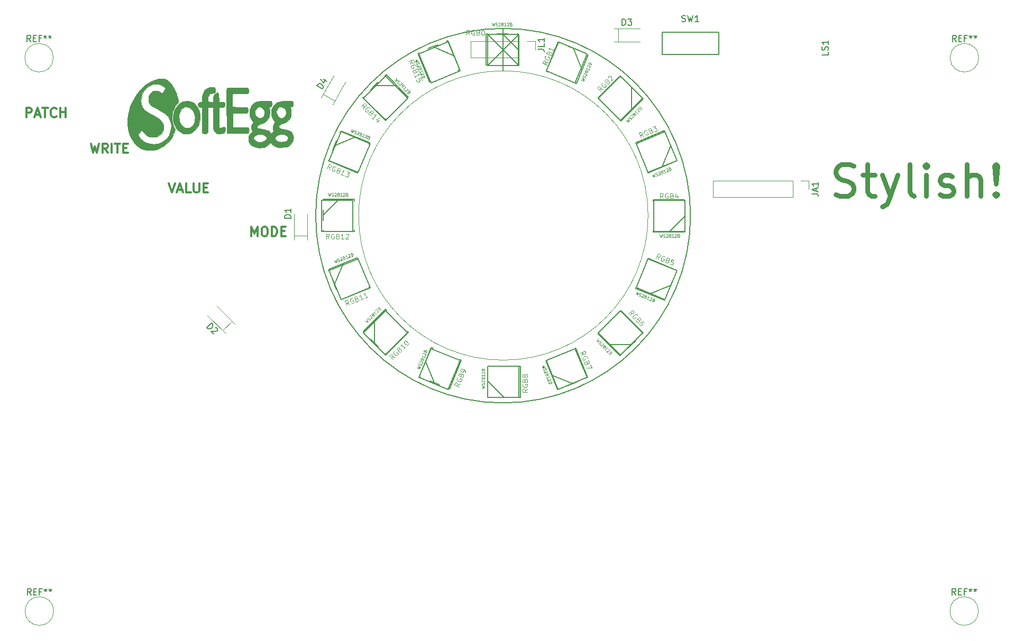
<source format=gto>
G04 #@! TF.GenerationSoftware,KiCad,Pcbnew,(6.0.0-rc1-dev-1127-g569d4a0f6)*
G04 #@! TF.CreationDate,2018-12-11T03:09:38-08:00*
G04 #@! TF.ProjectId,Stylish-Belt-Synth - Full,5374796c-6973-4682-9d42-656c742d5379,rev?*
G04 #@! TF.SameCoordinates,Original*
G04 #@! TF.FileFunction,Legend,Top*
G04 #@! TF.FilePolarity,Positive*
%FSLAX46Y46*%
G04 Gerber Fmt 4.6, Leading zero omitted, Abs format (unit mm)*
G04 Created by KiCad (PCBNEW (6.0.0-rc1-dev-1127-g569d4a0f6)) date 12/11/2018 3:09:38 AM*
%MOMM*%
%LPD*%
G01*
G04 APERTURE LIST*
%ADD10C,0.762000*%
%ADD11C,0.300000*%
%ADD12C,0.200000*%
%ADD13C,0.100000*%
%ADD14C,0.120000*%
%ADD15C,0.203200*%
%ADD16C,0.010000*%
%ADD17C,0.127000*%
%ADD18C,0.150000*%
%ADD19C,0.050000*%
G04 APERTURE END LIST*
D10*
X201688095Y-82701190D02*
X202413809Y-82943095D01*
X203623333Y-82943095D01*
X204107142Y-82701190D01*
X204349047Y-82459285D01*
X204590952Y-81975476D01*
X204590952Y-81491666D01*
X204349047Y-81007857D01*
X204107142Y-80765952D01*
X203623333Y-80524047D01*
X202655714Y-80282142D01*
X202171904Y-80040238D01*
X201930000Y-79798333D01*
X201688095Y-79314523D01*
X201688095Y-78830714D01*
X201930000Y-78346904D01*
X202171904Y-78105000D01*
X202655714Y-77863095D01*
X203865238Y-77863095D01*
X204590952Y-78105000D01*
X206042380Y-79556428D02*
X207977619Y-79556428D01*
X206768095Y-77863095D02*
X206768095Y-82217380D01*
X207010000Y-82701190D01*
X207493809Y-82943095D01*
X207977619Y-82943095D01*
X209187142Y-79556428D02*
X210396666Y-82943095D01*
X211606190Y-79556428D02*
X210396666Y-82943095D01*
X209912857Y-84152619D01*
X209670952Y-84394523D01*
X209187142Y-84636428D01*
X214267142Y-82943095D02*
X213783333Y-82701190D01*
X213541428Y-82217380D01*
X213541428Y-77863095D01*
X216202380Y-82943095D02*
X216202380Y-79556428D01*
X216202380Y-77863095D02*
X215960476Y-78105000D01*
X216202380Y-78346904D01*
X216444285Y-78105000D01*
X216202380Y-77863095D01*
X216202380Y-78346904D01*
X218379523Y-82701190D02*
X218863333Y-82943095D01*
X219830952Y-82943095D01*
X220314761Y-82701190D01*
X220556666Y-82217380D01*
X220556666Y-81975476D01*
X220314761Y-81491666D01*
X219830952Y-81249761D01*
X219105238Y-81249761D01*
X218621428Y-81007857D01*
X218379523Y-80524047D01*
X218379523Y-80282142D01*
X218621428Y-79798333D01*
X219105238Y-79556428D01*
X219830952Y-79556428D01*
X220314761Y-79798333D01*
X222733809Y-82943095D02*
X222733809Y-77863095D01*
X224910952Y-82943095D02*
X224910952Y-80282142D01*
X224669047Y-79798333D01*
X224185238Y-79556428D01*
X223459523Y-79556428D01*
X222975714Y-79798333D01*
X222733809Y-80040238D01*
X227330000Y-82459285D02*
X227571904Y-82701190D01*
X227330000Y-82943095D01*
X227088095Y-82701190D01*
X227330000Y-82459285D01*
X227330000Y-82943095D01*
X227330000Y-81007857D02*
X227088095Y-78105000D01*
X227330000Y-77863095D01*
X227571904Y-78105000D01*
X227330000Y-81007857D01*
X227330000Y-77863095D01*
D11*
X108156714Y-89324571D02*
X108156714Y-87824571D01*
X108656714Y-88896000D01*
X109156714Y-87824571D01*
X109156714Y-89324571D01*
X110156714Y-87824571D02*
X110442428Y-87824571D01*
X110585285Y-87896000D01*
X110728142Y-88038857D01*
X110799571Y-88324571D01*
X110799571Y-88824571D01*
X110728142Y-89110285D01*
X110585285Y-89253142D01*
X110442428Y-89324571D01*
X110156714Y-89324571D01*
X110013857Y-89253142D01*
X109871000Y-89110285D01*
X109799571Y-88824571D01*
X109799571Y-88324571D01*
X109871000Y-88038857D01*
X110013857Y-87896000D01*
X110156714Y-87824571D01*
X111442428Y-89324571D02*
X111442428Y-87824571D01*
X111799571Y-87824571D01*
X112013857Y-87896000D01*
X112156714Y-88038857D01*
X112228142Y-88181714D01*
X112299571Y-88467428D01*
X112299571Y-88681714D01*
X112228142Y-88967428D01*
X112156714Y-89110285D01*
X112013857Y-89253142D01*
X111799571Y-89324571D01*
X111442428Y-89324571D01*
X112942428Y-88538857D02*
X113442428Y-88538857D01*
X113656714Y-89324571D02*
X112942428Y-89324571D01*
X112942428Y-87824571D01*
X113656714Y-87824571D01*
X94956714Y-80839571D02*
X95456714Y-82339571D01*
X95956714Y-80839571D01*
X96385285Y-81911000D02*
X97099571Y-81911000D01*
X96242428Y-82339571D02*
X96742428Y-80839571D01*
X97242428Y-82339571D01*
X98456714Y-82339571D02*
X97742428Y-82339571D01*
X97742428Y-80839571D01*
X98956714Y-80839571D02*
X98956714Y-82053857D01*
X99028142Y-82196714D01*
X99099571Y-82268142D01*
X99242428Y-82339571D01*
X99528142Y-82339571D01*
X99671000Y-82268142D01*
X99742428Y-82196714D01*
X99813857Y-82053857D01*
X99813857Y-80839571D01*
X100528142Y-81553857D02*
X101028142Y-81553857D01*
X101242428Y-82339571D02*
X100528142Y-82339571D01*
X100528142Y-80839571D01*
X101242428Y-80839571D01*
X82471000Y-74489571D02*
X82828142Y-75989571D01*
X83113857Y-74918142D01*
X83399571Y-75989571D01*
X83756714Y-74489571D01*
X85185285Y-75989571D02*
X84685285Y-75275285D01*
X84328142Y-75989571D02*
X84328142Y-74489571D01*
X84899571Y-74489571D01*
X85042428Y-74561000D01*
X85113857Y-74632428D01*
X85185285Y-74775285D01*
X85185285Y-74989571D01*
X85113857Y-75132428D01*
X85042428Y-75203857D01*
X84899571Y-75275285D01*
X84328142Y-75275285D01*
X85828142Y-75989571D02*
X85828142Y-74489571D01*
X86328142Y-74489571D02*
X87185285Y-74489571D01*
X86756714Y-75989571D02*
X86756714Y-74489571D01*
X87685285Y-75203857D02*
X88185285Y-75203857D01*
X88399571Y-75989571D02*
X87685285Y-75989571D01*
X87685285Y-74489571D01*
X88399571Y-74489571D01*
X72168142Y-70274571D02*
X72168142Y-68774571D01*
X72739571Y-68774571D01*
X72882428Y-68846000D01*
X72953857Y-68917428D01*
X73025285Y-69060285D01*
X73025285Y-69274571D01*
X72953857Y-69417428D01*
X72882428Y-69488857D01*
X72739571Y-69560285D01*
X72168142Y-69560285D01*
X73596714Y-69846000D02*
X74311000Y-69846000D01*
X73453857Y-70274571D02*
X73953857Y-68774571D01*
X74453857Y-70274571D01*
X74739571Y-68774571D02*
X75596714Y-68774571D01*
X75168142Y-70274571D02*
X75168142Y-68774571D01*
X76953857Y-70131714D02*
X76882428Y-70203142D01*
X76668142Y-70274571D01*
X76525285Y-70274571D01*
X76311000Y-70203142D01*
X76168142Y-70060285D01*
X76096714Y-69917428D01*
X76025285Y-69631714D01*
X76025285Y-69417428D01*
X76096714Y-69131714D01*
X76168142Y-68988857D01*
X76311000Y-68846000D01*
X76525285Y-68774571D01*
X76668142Y-68774571D01*
X76882428Y-68846000D01*
X76953857Y-68917428D01*
X77596714Y-70274571D02*
X77596714Y-68774571D01*
X77596714Y-69488857D02*
X78453857Y-69488857D01*
X78453857Y-70274571D02*
X78453857Y-68774571D01*
D12*
X155370230Y-62843433D02*
X157283647Y-58224035D01*
X159989628Y-64756850D02*
X155370230Y-62843433D01*
X161903045Y-60137453D02*
X159989628Y-64756850D01*
X157283647Y-58224035D02*
X161903045Y-60137453D01*
X163725897Y-67253345D02*
X167261431Y-63717812D01*
X167261431Y-70788879D02*
X163725897Y-67253345D01*
X170796964Y-67253345D02*
X167261431Y-70788879D01*
X167261431Y-63717812D02*
X170796964Y-67253345D01*
X169757926Y-74525148D02*
X174377323Y-72611731D01*
X171671343Y-79144546D02*
X169757926Y-74525148D01*
X176290741Y-77231129D02*
X171671343Y-79144546D01*
X174377323Y-72611731D02*
X176290741Y-77231129D01*
X172547995Y-83551776D02*
X177547995Y-83551776D01*
X172547995Y-88551776D02*
X172547995Y-83551776D01*
X177547995Y-88551776D02*
X172547995Y-88551776D01*
X177547995Y-83551776D02*
X177547995Y-88551776D01*
X171671343Y-92959006D02*
X176290741Y-94872423D01*
X169757926Y-97578404D02*
X171671343Y-92959006D01*
X174377323Y-99491821D02*
X169757926Y-97578404D01*
X176290741Y-94872423D02*
X174377323Y-99491821D01*
X167261431Y-101314673D02*
X170796964Y-104850207D01*
X163725897Y-104850207D02*
X167261431Y-101314673D01*
X167261431Y-108385740D02*
X163725897Y-104850207D01*
X170796964Y-104850207D02*
X167261431Y-108385740D01*
X159989628Y-107346702D02*
X161903045Y-111966099D01*
X155370230Y-109260119D02*
X159989628Y-107346702D01*
X157283647Y-113879517D02*
X155370230Y-109260119D01*
X161903045Y-111966099D02*
X157283647Y-113879517D01*
X150963000Y-110136771D02*
X150963000Y-115136771D01*
X145963000Y-110136771D02*
X150963000Y-110136771D01*
X145963000Y-115136771D02*
X145963000Y-110136771D01*
X150963000Y-115136771D02*
X145963000Y-115136771D01*
X141555770Y-109260119D02*
X139642353Y-113879517D01*
X136936372Y-107346702D02*
X141555770Y-109260119D01*
X135022955Y-111966099D02*
X136936372Y-107346702D01*
X139642353Y-113879517D02*
X135022955Y-111966099D01*
X133200103Y-104850207D02*
X129664569Y-108385740D01*
X129664569Y-101314673D02*
X133200103Y-104850207D01*
X126129036Y-104850207D02*
X129664569Y-101314673D01*
X129664569Y-108385740D02*
X126129036Y-104850207D01*
X127168074Y-97578404D02*
X122548677Y-99491821D01*
X125254657Y-92959006D02*
X127168074Y-97578404D01*
X120635259Y-94872423D02*
X125254657Y-92959006D01*
X122548677Y-99491821D02*
X120635259Y-94872423D01*
X124378005Y-88551776D02*
X119378005Y-88551776D01*
X124378005Y-83551776D02*
X124378005Y-88551776D01*
X119378005Y-83551776D02*
X124378005Y-83551776D01*
X119378005Y-88551776D02*
X119378005Y-83551776D01*
X125254657Y-79144546D02*
X120635259Y-77231129D01*
X127168074Y-74525148D02*
X125254657Y-79144546D01*
X122548677Y-72611731D02*
X127168074Y-74525148D01*
X120635259Y-77231129D02*
X122548677Y-72611731D01*
X129664569Y-70788879D02*
X126129036Y-67253345D01*
X133200103Y-67253345D02*
X129664569Y-70788879D01*
X129664569Y-63717812D02*
X133200103Y-67253345D01*
X126129036Y-67253345D02*
X129664569Y-63717812D01*
X136936372Y-64756850D02*
X135022955Y-60137453D01*
X141555770Y-62843433D02*
X136936372Y-64756850D01*
X139642353Y-58224035D02*
X141555770Y-62843433D01*
X135022955Y-60137453D02*
X139642353Y-58224035D01*
X150963000Y-61966781D02*
X145963000Y-56966781D01*
X145963000Y-61966781D02*
X150963000Y-56966781D01*
X145963000Y-56966781D02*
X145963000Y-61966781D01*
X150963000Y-56966781D02*
X145963000Y-56966781D01*
X150963000Y-61966781D02*
X150963000Y-56966781D01*
X145963000Y-61966781D02*
X150963000Y-61966781D01*
X148463000Y-62881785D02*
X148463000Y-56051776D01*
X178463000Y-86051776D02*
G75*
G03X178463000Y-86051776I-30000000J0D01*
G01*
D13*
X171671091Y-86026376D02*
G75*
G03X171671091Y-86026376I-23169991J0D01*
G01*
X178501100Y-86026376D02*
G75*
G03X178501100Y-86026376I-30000000J0D01*
G01*
D14*
G04 #@! TO.C,D1*
X117138000Y-89944000D02*
X117138000Y-85824000D01*
X115018000Y-85824000D02*
X115018000Y-89944000D01*
X115018000Y-89284000D02*
X117138000Y-89284000D01*
D15*
G04 #@! TO.C,RGB11*
X121478346Y-97111016D02*
X122852984Y-93792346D01*
X121478346Y-97111016D02*
X121147861Y-96313154D01*
X121808831Y-97908878D02*
X121478346Y-97111016D01*
X120514078Y-94703418D02*
X120600587Y-94912270D01*
X125104133Y-92802155D02*
X120514078Y-94703418D01*
X125105105Y-92804501D02*
X125104133Y-92802155D01*
X125152038Y-92785061D02*
X125105105Y-92804501D01*
X125256044Y-93036153D02*
X125152038Y-92785061D01*
X122503392Y-99512684D02*
X122414938Y-99299139D01*
X127077020Y-97618225D02*
X122503392Y-99512684D01*
X127078964Y-97622918D02*
X127077020Y-97618225D01*
X127125897Y-97603478D02*
X127078964Y-97622918D01*
X127028696Y-97368813D02*
X127125897Y-97603478D01*
G04 #@! TO.C,RGB12*
X119634000Y-85979000D02*
X122174000Y-83439000D01*
X119634000Y-85979000D02*
X119634000Y-85115400D01*
X119634000Y-86842600D02*
X119634000Y-85979000D01*
X119664480Y-83385660D02*
X119664480Y-83611720D01*
X124632720Y-83385660D02*
X119664480Y-83385660D01*
X124632720Y-83388200D02*
X124632720Y-83385660D01*
X124683520Y-83388200D02*
X124632720Y-83388200D01*
X124683520Y-83659980D02*
X124683520Y-83388200D01*
X119661940Y-88590120D02*
X119661940Y-88358980D01*
X124612400Y-88590120D02*
X119661940Y-88590120D01*
X124612400Y-88595200D02*
X124612400Y-88590120D01*
X124663200Y-88595200D02*
X124612400Y-88595200D01*
X124663200Y-88341200D02*
X124663200Y-88595200D01*
G04 #@! TO.C,RGB13*
X121478346Y-74846984D02*
X124797016Y-73472346D01*
X121478346Y-74846984D02*
X121808831Y-74049122D01*
X121147861Y-75644846D02*
X121478346Y-74846984D01*
X122498934Y-72462715D02*
X122412425Y-72671567D01*
X127088989Y-74363978D02*
X122498934Y-72462715D01*
X127088017Y-74366324D02*
X127088989Y-74363978D01*
X127134950Y-74385765D02*
X127088017Y-74366324D01*
X127030945Y-74636857D02*
X127134950Y-74385765D01*
X120504927Y-77270037D02*
X120593380Y-77056491D01*
X125078555Y-79164496D02*
X120504927Y-77270037D01*
X125076611Y-79169189D02*
X125078555Y-79164496D01*
X125123545Y-79188629D02*
X125076611Y-79169189D01*
X125220746Y-78953964D02*
X125123545Y-79188629D01*
G04 #@! TO.C,RGB14*
X127870949Y-65259949D02*
X131463051Y-65259949D01*
X127870949Y-65259949D02*
X128481606Y-64649291D01*
X127260291Y-65870606D02*
X127870949Y-65259949D01*
X129726270Y-63447733D02*
X129566421Y-63607582D01*
X133239346Y-66960809D02*
X129726270Y-63447733D01*
X133237550Y-66962605D02*
X133239346Y-66960809D01*
X133273471Y-66998526D02*
X133237550Y-66962605D01*
X133081293Y-67190704D02*
X133273471Y-66998526D01*
X126044365Y-67126046D02*
X126207805Y-66962605D01*
X129544869Y-70626550D02*
X126044365Y-67126046D01*
X129541276Y-70630142D02*
X129544869Y-70626550D01*
X129577197Y-70666063D02*
X129541276Y-70630142D01*
X129756803Y-70486458D02*
X129577197Y-70666063D01*
G04 #@! TO.C,RGB15*
X137203984Y-58994346D02*
X140522654Y-60368984D01*
X137203984Y-58994346D02*
X138001846Y-58663861D01*
X136406122Y-59324831D02*
X137203984Y-58994346D01*
X139611582Y-58030078D02*
X139402730Y-58116587D01*
X141512845Y-62620133D02*
X139611582Y-58030078D01*
X141510499Y-62621105D02*
X141512845Y-62620133D01*
X141529939Y-62668038D02*
X141510499Y-62621105D01*
X141278847Y-62772044D02*
X141529939Y-62668038D01*
X134802316Y-60019392D02*
X135015861Y-59930938D01*
X136696775Y-64593020D02*
X134802316Y-60019392D01*
X136692082Y-64594964D02*
X136696775Y-64593020D01*
X136711522Y-64641897D02*
X136692082Y-64594964D01*
X136946187Y-64544696D02*
X136711522Y-64641897D01*
G04 #@! TO.C,RGB9*
X137457984Y-112836654D02*
X136083346Y-109517984D01*
X137457984Y-112836654D02*
X136660122Y-112506169D01*
X138255846Y-113167139D02*
X137457984Y-112836654D01*
X135073715Y-111816066D02*
X135282567Y-111902575D01*
X136974978Y-107226011D02*
X135073715Y-111816066D01*
X136977324Y-107226983D02*
X136974978Y-107226011D01*
X136996765Y-107180050D02*
X136977324Y-107226983D01*
X137247857Y-107284055D02*
X136996765Y-107180050D01*
X139881037Y-113810073D02*
X139667491Y-113721620D01*
X141775496Y-109236445D02*
X139881037Y-113810073D01*
X141780189Y-109238389D02*
X141775496Y-109236445D01*
X141799629Y-109191455D02*
X141780189Y-109238389D01*
X141564964Y-109094254D02*
X141799629Y-109191455D01*
G04 #@! TO.C,RGB8*
X148590000Y-115189000D02*
X146050000Y-112649000D01*
X148590000Y-115189000D02*
X147726400Y-115189000D01*
X149453600Y-115189000D02*
X148590000Y-115189000D01*
X145996660Y-115158520D02*
X146222720Y-115158520D01*
X145996660Y-110190280D02*
X145996660Y-115158520D01*
X145999200Y-110190280D02*
X145996660Y-110190280D01*
X145999200Y-110139480D02*
X145999200Y-110190280D01*
X146270980Y-110139480D02*
X145999200Y-110139480D01*
X151201120Y-115161060D02*
X150969980Y-115161060D01*
X151201120Y-110210600D02*
X151201120Y-115161060D01*
X151206200Y-110210600D02*
X151201120Y-110210600D01*
X151206200Y-110159800D02*
X151206200Y-110210600D01*
X150952200Y-110159800D02*
X151206200Y-110159800D01*
G04 #@! TO.C,RGB7*
X159595016Y-112963654D02*
X156276346Y-111589016D01*
X159595016Y-112963654D02*
X158797154Y-113294139D01*
X160392878Y-112633169D02*
X159595016Y-112963654D01*
X157187418Y-113927922D02*
X157396270Y-113841413D01*
X155286155Y-109337867D02*
X157187418Y-113927922D01*
X155288501Y-109336895D02*
X155286155Y-109337867D01*
X155269061Y-109289962D02*
X155288501Y-109336895D01*
X155520153Y-109185956D02*
X155269061Y-109289962D01*
X161996684Y-111938608D02*
X161783139Y-112027062D01*
X160102225Y-107364980D02*
X161996684Y-111938608D01*
X160106918Y-107363036D02*
X160102225Y-107364980D01*
X160087478Y-107316103D02*
X160106918Y-107363036D01*
X159852813Y-107413304D02*
X160087478Y-107316103D01*
G04 #@! TO.C,RGB6*
X169055051Y-106698051D02*
X165462949Y-106698051D01*
X169055051Y-106698051D02*
X168444394Y-107308709D01*
X169665709Y-106087394D02*
X169055051Y-106698051D01*
X167199730Y-108510267D02*
X167359579Y-108350418D01*
X163686654Y-104997191D02*
X167199730Y-108510267D01*
X163688450Y-104995395D02*
X163686654Y-104997191D01*
X163652529Y-104959474D02*
X163688450Y-104995395D01*
X163844707Y-104767296D02*
X163652529Y-104959474D01*
X170881635Y-104831954D02*
X170718195Y-104995395D01*
X167381131Y-101331450D02*
X170881635Y-104831954D01*
X167384724Y-101327858D02*
X167381131Y-101331450D01*
X167348803Y-101291937D02*
X167384724Y-101327858D01*
X167169197Y-101471542D02*
X167348803Y-101291937D01*
G04 #@! TO.C,RGB10*
X127870949Y-106444051D02*
X127870949Y-102851949D01*
X127870949Y-106444051D02*
X127260291Y-105833394D01*
X128481606Y-107054709D02*
X127870949Y-106444051D01*
X126058733Y-104588730D02*
X126218582Y-104748579D01*
X129571809Y-101075654D02*
X126058733Y-104588730D01*
X129573605Y-101077450D02*
X129571809Y-101075654D01*
X129609526Y-101041529D02*
X129573605Y-101077450D01*
X129801704Y-101233707D02*
X129609526Y-101041529D01*
X129737046Y-108270635D02*
X129573605Y-108107195D01*
X133237550Y-104770131D02*
X129737046Y-108270635D01*
X133241142Y-104773724D02*
X133237550Y-104770131D01*
X133277063Y-104737803D02*
X133241142Y-104773724D01*
X133097458Y-104558197D02*
X133277063Y-104737803D01*
G04 #@! TO.C,RGB4*
X177546000Y-86106000D02*
X175006000Y-88646000D01*
X177546000Y-86106000D02*
X177546000Y-86969600D01*
X177546000Y-85242400D02*
X177546000Y-86106000D01*
X177515520Y-88699340D02*
X177515520Y-88473280D01*
X172547280Y-88699340D02*
X177515520Y-88699340D01*
X172547280Y-88696800D02*
X172547280Y-88699340D01*
X172496480Y-88696800D02*
X172547280Y-88696800D01*
X172496480Y-88425020D02*
X172496480Y-88696800D01*
X177518060Y-83494880D02*
X177518060Y-83726020D01*
X172567600Y-83494880D02*
X177518060Y-83494880D01*
X172567600Y-83489800D02*
X172567600Y-83494880D01*
X172516800Y-83489800D02*
X172567600Y-83489800D01*
X172516800Y-83743800D02*
X172516800Y-83489800D01*
G04 #@! TO.C,RGB3*
X175320654Y-74846984D02*
X173946016Y-78165654D01*
X175320654Y-74846984D02*
X175651139Y-75644846D01*
X174990169Y-74049122D02*
X175320654Y-74846984D01*
X176284922Y-77254582D02*
X176198413Y-77045730D01*
X171694867Y-79155845D02*
X176284922Y-77254582D01*
X171693895Y-79153499D02*
X171694867Y-79155845D01*
X171646962Y-79172939D02*
X171693895Y-79153499D01*
X171542956Y-78921847D02*
X171646962Y-79172939D01*
X174295608Y-72445316D02*
X174384062Y-72658861D01*
X169721980Y-74339775D02*
X174295608Y-72445316D01*
X169720036Y-74335082D02*
X169721980Y-74339775D01*
X169673103Y-74354522D02*
X169720036Y-74335082D01*
X169770304Y-74589187D02*
X169673103Y-74354522D01*
G04 #@! TO.C,RGB2*
X169055051Y-65513949D02*
X169055051Y-69106051D01*
X169055051Y-65513949D02*
X169665709Y-66124606D01*
X168444394Y-64903291D02*
X169055051Y-65513949D01*
X170867267Y-67369270D02*
X170707418Y-67209421D01*
X167354191Y-70882346D02*
X170867267Y-67369270D01*
X167352395Y-70880550D02*
X167354191Y-70882346D01*
X167316474Y-70916471D02*
X167352395Y-70880550D01*
X167124296Y-70724293D02*
X167316474Y-70916471D01*
X167188954Y-63687365D02*
X167352395Y-63850805D01*
X163688450Y-67187869D02*
X167188954Y-63687365D01*
X163684858Y-67184276D02*
X163688450Y-67187869D01*
X163648937Y-67220197D02*
X163684858Y-67184276D01*
X163828542Y-67399803D02*
X163648937Y-67220197D01*
G04 #@! TO.C,RGB1*
X159722016Y-59248346D02*
X161096654Y-62567016D01*
X159722016Y-59248346D02*
X160519878Y-59578831D01*
X158924154Y-58917861D02*
X159722016Y-59248346D01*
X162106285Y-60268934D02*
X161897433Y-60182425D01*
X160205022Y-64858989D02*
X162106285Y-60268934D01*
X160202676Y-64858017D02*
X160205022Y-64858989D01*
X160183235Y-64904950D02*
X160202676Y-64858017D01*
X159932143Y-64800945D02*
X160183235Y-64904950D01*
X157298963Y-58274927D02*
X157512509Y-58363380D01*
X155404504Y-62848555D02*
X157298963Y-58274927D01*
X155399811Y-62846611D02*
X155404504Y-62848555D01*
X155380371Y-62893545D02*
X155399811Y-62846611D01*
X155615036Y-62990746D02*
X155380371Y-62893545D01*
G04 #@! TO.C,RGB0*
X148336000Y-56896000D02*
X150876000Y-59436000D01*
X148336000Y-56896000D02*
X149199600Y-56896000D01*
X147472400Y-56896000D02*
X148336000Y-56896000D01*
X150929340Y-56926480D02*
X150703280Y-56926480D01*
X150929340Y-61894720D02*
X150929340Y-56926480D01*
X150926800Y-61894720D02*
X150929340Y-61894720D01*
X150926800Y-61945520D02*
X150926800Y-61894720D01*
X150655020Y-61945520D02*
X150926800Y-61945520D01*
X145724880Y-56923940D02*
X145956020Y-56923940D01*
X145724880Y-61874400D02*
X145724880Y-56923940D01*
X145719800Y-61874400D02*
X145724880Y-61874400D01*
X145719800Y-61925200D02*
X145719800Y-61874400D01*
X145973800Y-61925200D02*
X145719800Y-61925200D01*
G04 #@! TO.C,RGB5*
X175320654Y-97238016D02*
X172001984Y-98612654D01*
X175320654Y-97238016D02*
X174990169Y-98035878D01*
X175651139Y-96440154D02*
X175320654Y-97238016D01*
X174300066Y-99622285D02*
X174386575Y-99413433D01*
X169710011Y-97721022D02*
X174300066Y-99622285D01*
X169710983Y-97718676D02*
X169710011Y-97721022D01*
X169664050Y-97699235D02*
X169710983Y-97718676D01*
X169768055Y-97448143D02*
X169664050Y-97699235D01*
X176294073Y-94814963D02*
X176205620Y-95028509D01*
X171720445Y-92920504D02*
X176294073Y-94814963D01*
X171722389Y-92915811D02*
X171720445Y-92920504D01*
X171675455Y-92896371D02*
X171722389Y-92915811D01*
X171578254Y-93131036D02*
X171675455Y-92896371D01*
D14*
G04 #@! TO.C,JL1*
X143323000Y-58106000D02*
X143323000Y-60766000D01*
X151003000Y-58106000D02*
X143323000Y-58106000D01*
X151003000Y-60766000D02*
X143323000Y-60766000D01*
X151003000Y-58106000D02*
X151003000Y-60766000D01*
X152273000Y-58106000D02*
X153603000Y-58106000D01*
X153603000Y-58106000D02*
X153603000Y-59436000D01*
G04 #@! TO.C,JA1*
X182058000Y-80458000D02*
X182058000Y-83118000D01*
X194818000Y-80458000D02*
X182058000Y-80458000D01*
X194818000Y-83118000D02*
X182058000Y-83118000D01*
X194818000Y-80458000D02*
X194818000Y-83118000D01*
X196088000Y-80458000D02*
X197418000Y-80458000D01*
X197418000Y-80458000D02*
X197418000Y-81788000D01*
D16*
G04 #@! TO.C,G\002A\002A\002A*
G36*
X93967083Y-64118385D02*
X94125711Y-64127092D01*
X94246312Y-64146692D01*
X94352148Y-64180402D01*
X94422571Y-64210726D01*
X94740156Y-64397916D01*
X95050902Y-64659893D01*
X95347030Y-64986780D01*
X95620763Y-65368703D01*
X95864325Y-65795786D01*
X96069936Y-66258154D01*
X96101739Y-66342788D01*
X96169387Y-66541597D01*
X96240358Y-66773399D01*
X96309858Y-67019715D01*
X96373093Y-67262063D01*
X96425270Y-67481963D01*
X96461596Y-67660936D01*
X96477277Y-67780502D01*
X96477553Y-67791686D01*
X96460174Y-67873643D01*
X96401693Y-67974119D01*
X96292813Y-68107167D01*
X96207231Y-68200214D01*
X95964531Y-68497925D01*
X95774715Y-68824993D01*
X95633873Y-69192387D01*
X95538091Y-69611071D01*
X95483461Y-70092013D01*
X95474279Y-70255233D01*
X95465654Y-70534306D01*
X95470582Y-70762781D01*
X95493488Y-70964962D01*
X95538797Y-71165154D01*
X95610935Y-71387662D01*
X95714328Y-71656791D01*
X95741945Y-71725253D01*
X95815921Y-71915948D01*
X95875872Y-72086292D01*
X95915150Y-72216330D01*
X95927334Y-72281710D01*
X95904050Y-72455480D01*
X95839178Y-72680466D01*
X95740186Y-72938875D01*
X95614543Y-73212917D01*
X95469718Y-73484800D01*
X95322096Y-73723500D01*
X95080630Y-74034188D01*
X94777215Y-74347508D01*
X94431602Y-74647643D01*
X94063538Y-74918772D01*
X93692774Y-75145077D01*
X93341852Y-75309663D01*
X92954695Y-75429183D01*
X92520534Y-75512916D01*
X92070673Y-75557278D01*
X91636413Y-75558685D01*
X91376500Y-75534751D01*
X90929976Y-75432593D01*
X90490884Y-75255388D01*
X90074671Y-75012374D01*
X89696781Y-74712790D01*
X89372660Y-74365875D01*
X89329706Y-74310422D01*
X89156889Y-74053478D01*
X88980249Y-73741915D01*
X88813871Y-73403867D01*
X88671842Y-73067467D01*
X88655636Y-73021161D01*
X89996371Y-73021161D01*
X90111169Y-73266497D01*
X90251477Y-73497763D01*
X90451961Y-73736225D01*
X90692442Y-73962400D01*
X90952743Y-74156808D01*
X91152509Y-74271867D01*
X91616373Y-74457574D01*
X92093283Y-74565222D01*
X92572948Y-74593606D01*
X93045076Y-74541521D01*
X93184464Y-74509830D01*
X93636626Y-74354792D01*
X94054449Y-74133385D01*
X94427607Y-73853701D01*
X94745777Y-73523835D01*
X94998632Y-73151880D01*
X95055398Y-73043179D01*
X95220871Y-72611351D01*
X95312106Y-72152598D01*
X95329535Y-71679918D01*
X95273584Y-71206306D01*
X95144684Y-70744759D01*
X94966572Y-70350269D01*
X94823967Y-70151444D01*
X94602534Y-69932167D01*
X94305077Y-69694447D01*
X93934398Y-69440294D01*
X93493303Y-69171720D01*
X92984595Y-68890735D01*
X92787830Y-68788153D01*
X92492136Y-68630236D01*
X92264018Y-68492823D01*
X92091860Y-68366459D01*
X91964049Y-68241691D01*
X91868970Y-68109062D01*
X91808746Y-67991117D01*
X91734933Y-67748069D01*
X91701428Y-67461764D01*
X91709801Y-67164231D01*
X91755654Y-66908807D01*
X91871665Y-66626823D01*
X92046025Y-66396161D01*
X92267031Y-66220589D01*
X92522980Y-66103878D01*
X92802169Y-66049797D01*
X93092895Y-66062117D01*
X93383454Y-66144606D01*
X93656071Y-66296661D01*
X93885468Y-66460928D01*
X94165729Y-66070547D01*
X94445990Y-65680167D01*
X94224057Y-65472507D01*
X93912793Y-65236139D01*
X93568577Y-65072074D01*
X93201166Y-64979507D01*
X92820315Y-64957634D01*
X92435779Y-65005649D01*
X92057314Y-65122750D01*
X91694676Y-65308131D01*
X91357621Y-65560989D01*
X91192343Y-65722457D01*
X90939716Y-66049780D01*
X90736565Y-66430170D01*
X90587728Y-66845594D01*
X90498044Y-67278019D01*
X90472352Y-67709411D01*
X90515491Y-68121739D01*
X90530279Y-68189749D01*
X90606652Y-68451047D01*
X90709978Y-68684428D01*
X90848012Y-68897334D01*
X91028509Y-69097209D01*
X91259223Y-69291495D01*
X91547908Y-69487634D01*
X91902320Y-69693069D01*
X92325762Y-69913023D01*
X92552630Y-70028679D01*
X92777020Y-70147326D01*
X92976253Y-70256699D01*
X93127653Y-70344533D01*
X93155509Y-70361776D01*
X93425318Y-70562088D01*
X93669607Y-70800079D01*
X93867826Y-71053730D01*
X93971708Y-71236305D01*
X94025981Y-71362252D01*
X94059734Y-71476223D01*
X94077532Y-71605258D01*
X94083936Y-71776398D01*
X94084237Y-71903167D01*
X94068855Y-72207972D01*
X94019704Y-72453471D01*
X93928409Y-72661126D01*
X93786596Y-72852398D01*
X93665642Y-72975951D01*
X93428098Y-73172749D01*
X93184689Y-73310145D01*
X92903054Y-73404899D01*
X92785189Y-73431985D01*
X92396413Y-73471597D01*
X92016185Y-73430278D01*
X91653579Y-73311761D01*
X91317669Y-73119779D01*
X91017530Y-72858067D01*
X90827088Y-72626335D01*
X90732368Y-72497067D01*
X90656277Y-72399660D01*
X90611804Y-72350536D01*
X90606668Y-72347667D01*
X90568786Y-72377693D01*
X90488870Y-72458628D01*
X90379581Y-72576751D01*
X90253585Y-72718344D01*
X90123542Y-72869687D01*
X90110243Y-72885497D01*
X89996371Y-73021161D01*
X88655636Y-73021161D01*
X88589209Y-72831371D01*
X88416779Y-72137063D01*
X88327395Y-71430469D01*
X88320772Y-70714288D01*
X88396627Y-69991218D01*
X88554673Y-69263958D01*
X88794628Y-68535207D01*
X89116206Y-67807662D01*
X89119388Y-67801292D01*
X89435456Y-67213777D01*
X89767724Y-66688867D01*
X90131554Y-66204503D01*
X90542308Y-65738626D01*
X90592540Y-65685975D01*
X91074399Y-65234903D01*
X91583865Y-64859122D01*
X92133768Y-64550557D01*
X92736937Y-64301132D01*
X92858167Y-64259910D01*
X93069100Y-64194073D01*
X93240560Y-64152393D01*
X93407080Y-64129332D01*
X93603197Y-64119353D01*
X93747167Y-64117355D01*
X93967083Y-64118385D01*
X93967083Y-64118385D01*
G37*
X93967083Y-64118385D02*
X94125711Y-64127092D01*
X94246312Y-64146692D01*
X94352148Y-64180402D01*
X94422571Y-64210726D01*
X94740156Y-64397916D01*
X95050902Y-64659893D01*
X95347030Y-64986780D01*
X95620763Y-65368703D01*
X95864325Y-65795786D01*
X96069936Y-66258154D01*
X96101739Y-66342788D01*
X96169387Y-66541597D01*
X96240358Y-66773399D01*
X96309858Y-67019715D01*
X96373093Y-67262063D01*
X96425270Y-67481963D01*
X96461596Y-67660936D01*
X96477277Y-67780502D01*
X96477553Y-67791686D01*
X96460174Y-67873643D01*
X96401693Y-67974119D01*
X96292813Y-68107167D01*
X96207231Y-68200214D01*
X95964531Y-68497925D01*
X95774715Y-68824993D01*
X95633873Y-69192387D01*
X95538091Y-69611071D01*
X95483461Y-70092013D01*
X95474279Y-70255233D01*
X95465654Y-70534306D01*
X95470582Y-70762781D01*
X95493488Y-70964962D01*
X95538797Y-71165154D01*
X95610935Y-71387662D01*
X95714328Y-71656791D01*
X95741945Y-71725253D01*
X95815921Y-71915948D01*
X95875872Y-72086292D01*
X95915150Y-72216330D01*
X95927334Y-72281710D01*
X95904050Y-72455480D01*
X95839178Y-72680466D01*
X95740186Y-72938875D01*
X95614543Y-73212917D01*
X95469718Y-73484800D01*
X95322096Y-73723500D01*
X95080630Y-74034188D01*
X94777215Y-74347508D01*
X94431602Y-74647643D01*
X94063538Y-74918772D01*
X93692774Y-75145077D01*
X93341852Y-75309663D01*
X92954695Y-75429183D01*
X92520534Y-75512916D01*
X92070673Y-75557278D01*
X91636413Y-75558685D01*
X91376500Y-75534751D01*
X90929976Y-75432593D01*
X90490884Y-75255388D01*
X90074671Y-75012374D01*
X89696781Y-74712790D01*
X89372660Y-74365875D01*
X89329706Y-74310422D01*
X89156889Y-74053478D01*
X88980249Y-73741915D01*
X88813871Y-73403867D01*
X88671842Y-73067467D01*
X88655636Y-73021161D01*
X89996371Y-73021161D01*
X90111169Y-73266497D01*
X90251477Y-73497763D01*
X90451961Y-73736225D01*
X90692442Y-73962400D01*
X90952743Y-74156808D01*
X91152509Y-74271867D01*
X91616373Y-74457574D01*
X92093283Y-74565222D01*
X92572948Y-74593606D01*
X93045076Y-74541521D01*
X93184464Y-74509830D01*
X93636626Y-74354792D01*
X94054449Y-74133385D01*
X94427607Y-73853701D01*
X94745777Y-73523835D01*
X94998632Y-73151880D01*
X95055398Y-73043179D01*
X95220871Y-72611351D01*
X95312106Y-72152598D01*
X95329535Y-71679918D01*
X95273584Y-71206306D01*
X95144684Y-70744759D01*
X94966572Y-70350269D01*
X94823967Y-70151444D01*
X94602534Y-69932167D01*
X94305077Y-69694447D01*
X93934398Y-69440294D01*
X93493303Y-69171720D01*
X92984595Y-68890735D01*
X92787830Y-68788153D01*
X92492136Y-68630236D01*
X92264018Y-68492823D01*
X92091860Y-68366459D01*
X91964049Y-68241691D01*
X91868970Y-68109062D01*
X91808746Y-67991117D01*
X91734933Y-67748069D01*
X91701428Y-67461764D01*
X91709801Y-67164231D01*
X91755654Y-66908807D01*
X91871665Y-66626823D01*
X92046025Y-66396161D01*
X92267031Y-66220589D01*
X92522980Y-66103878D01*
X92802169Y-66049797D01*
X93092895Y-66062117D01*
X93383454Y-66144606D01*
X93656071Y-66296661D01*
X93885468Y-66460928D01*
X94165729Y-66070547D01*
X94445990Y-65680167D01*
X94224057Y-65472507D01*
X93912793Y-65236139D01*
X93568577Y-65072074D01*
X93201166Y-64979507D01*
X92820315Y-64957634D01*
X92435779Y-65005649D01*
X92057314Y-65122750D01*
X91694676Y-65308131D01*
X91357621Y-65560989D01*
X91192343Y-65722457D01*
X90939716Y-66049780D01*
X90736565Y-66430170D01*
X90587728Y-66845594D01*
X90498044Y-67278019D01*
X90472352Y-67709411D01*
X90515491Y-68121739D01*
X90530279Y-68189749D01*
X90606652Y-68451047D01*
X90709978Y-68684428D01*
X90848012Y-68897334D01*
X91028509Y-69097209D01*
X91259223Y-69291495D01*
X91547908Y-69487634D01*
X91902320Y-69693069D01*
X92325762Y-69913023D01*
X92552630Y-70028679D01*
X92777020Y-70147326D01*
X92976253Y-70256699D01*
X93127653Y-70344533D01*
X93155509Y-70361776D01*
X93425318Y-70562088D01*
X93669607Y-70800079D01*
X93867826Y-71053730D01*
X93971708Y-71236305D01*
X94025981Y-71362252D01*
X94059734Y-71476223D01*
X94077532Y-71605258D01*
X94083936Y-71776398D01*
X94084237Y-71903167D01*
X94068855Y-72207972D01*
X94019704Y-72453471D01*
X93928409Y-72661126D01*
X93786596Y-72852398D01*
X93665642Y-72975951D01*
X93428098Y-73172749D01*
X93184689Y-73310145D01*
X92903054Y-73404899D01*
X92785189Y-73431985D01*
X92396413Y-73471597D01*
X92016185Y-73430278D01*
X91653579Y-73311761D01*
X91317669Y-73119779D01*
X91017530Y-72858067D01*
X90827088Y-72626335D01*
X90732368Y-72497067D01*
X90656277Y-72399660D01*
X90611804Y-72350536D01*
X90606668Y-72347667D01*
X90568786Y-72377693D01*
X90488870Y-72458628D01*
X90379581Y-72576751D01*
X90253585Y-72718344D01*
X90123542Y-72869687D01*
X90110243Y-72885497D01*
X89996371Y-73021161D01*
X88655636Y-73021161D01*
X88589209Y-72831371D01*
X88416779Y-72137063D01*
X88327395Y-71430469D01*
X88320772Y-70714288D01*
X88396627Y-69991218D01*
X88554673Y-69263958D01*
X88794628Y-68535207D01*
X89116206Y-67807662D01*
X89119388Y-67801292D01*
X89435456Y-67213777D01*
X89767724Y-66688867D01*
X90131554Y-66204503D01*
X90542308Y-65738626D01*
X90592540Y-65685975D01*
X91074399Y-65234903D01*
X91583865Y-64859122D01*
X92133768Y-64550557D01*
X92736937Y-64301132D01*
X92858167Y-64259910D01*
X93069100Y-64194073D01*
X93240560Y-64152393D01*
X93407080Y-64129332D01*
X93603197Y-64119353D01*
X93747167Y-64117355D01*
X93967083Y-64118385D01*
G36*
X114192127Y-67691489D02*
X114427765Y-67696171D01*
X114599172Y-67709863D01*
X114716565Y-67737384D01*
X114790160Y-67783553D01*
X114830174Y-67853189D01*
X114846823Y-67951111D01*
X114850326Y-68082137D01*
X114850334Y-68147702D01*
X114842369Y-68346694D01*
X114813294Y-68475601D01*
X114755337Y-68547944D01*
X114660727Y-68577248D01*
X114601900Y-68580000D01*
X114492745Y-68585028D01*
X114425920Y-68597470D01*
X114420120Y-68600991D01*
X114417066Y-68649517D01*
X114427208Y-68760499D01*
X114448424Y-68913127D01*
X114457884Y-68971408D01*
X114488829Y-69241500D01*
X114498591Y-69536242D01*
X114488205Y-69829515D01*
X114458702Y-70095199D01*
X114411116Y-70307177D01*
X114404244Y-70327753D01*
X114300516Y-70530523D01*
X114137841Y-70739239D01*
X113937061Y-70931526D01*
X113719016Y-71085007D01*
X113677812Y-71107696D01*
X113513965Y-71184952D01*
X113309945Y-71269043D01*
X113106867Y-71343136D01*
X113085153Y-71350346D01*
X112830697Y-71444196D01*
X112655781Y-71535537D01*
X112555674Y-71630031D01*
X112525643Y-71733339D01*
X112560958Y-71851123D01*
X112606121Y-71923567D01*
X112683549Y-72006094D01*
X112795046Y-72075830D01*
X112952546Y-72137210D01*
X113167983Y-72194672D01*
X113453292Y-72252653D01*
X113527358Y-72266049D01*
X113881085Y-72339729D01*
X114162310Y-72425349D01*
X114383055Y-72529924D01*
X114555343Y-72660471D01*
X114691194Y-72824004D01*
X114791604Y-73003833D01*
X114876082Y-73271478D01*
X114899838Y-73570848D01*
X114863386Y-73875201D01*
X114769527Y-74152985D01*
X114594209Y-74453823D01*
X114378912Y-74693015D01*
X114117356Y-74873858D01*
X113803257Y-74999650D01*
X113430334Y-75073687D01*
X112992305Y-75099267D01*
X112966500Y-75099333D01*
X112574166Y-75082944D01*
X112243364Y-75029772D01*
X111956751Y-74933808D01*
X111696984Y-74789042D01*
X111446718Y-74589467D01*
X111417805Y-74562769D01*
X111222538Y-74380120D01*
X111051225Y-74583287D01*
X110812989Y-74803047D01*
X110515458Y-74975638D01*
X110172114Y-75097159D01*
X109796436Y-75163714D01*
X109401904Y-75171402D01*
X109125317Y-75140278D01*
X108717430Y-75042217D01*
X108372574Y-74896985D01*
X108093981Y-74706586D01*
X107884885Y-74473021D01*
X107795604Y-74316167D01*
X107741754Y-74180227D01*
X107711128Y-74039749D01*
X107698284Y-73863256D01*
X107696827Y-73744667D01*
X107703631Y-73646733D01*
X108500334Y-73646733D01*
X108536796Y-73762659D01*
X108634222Y-73892168D01*
X108774671Y-74018146D01*
X108940199Y-74123479D01*
X109051250Y-74172238D01*
X109335571Y-74236244D01*
X109647575Y-74244634D01*
X109954638Y-74199170D01*
X110207811Y-74109790D01*
X110420312Y-73975780D01*
X110554052Y-73826179D01*
X110611689Y-73668634D01*
X110609541Y-73647189D01*
X111946113Y-73647189D01*
X111967907Y-73755945D01*
X112071773Y-73916607D01*
X112241675Y-74050268D01*
X112462077Y-74152618D01*
X112717446Y-74219343D01*
X112992248Y-74246133D01*
X113270947Y-74228676D01*
X113490659Y-74178583D01*
X113696332Y-74088107D01*
X113873249Y-73964068D01*
X113885963Y-73952305D01*
X114009655Y-73791930D01*
X114050958Y-73628999D01*
X114011808Y-73468540D01*
X113894144Y-73315580D01*
X113699902Y-73175146D01*
X113559167Y-73104190D01*
X113349317Y-73041714D01*
X113094436Y-73012038D01*
X112827809Y-73015785D01*
X112582720Y-73053582D01*
X112482574Y-73083975D01*
X112255366Y-73194558D01*
X112085316Y-73331690D01*
X111979780Y-73485768D01*
X111946113Y-73647189D01*
X110609541Y-73647189D01*
X110595878Y-73510790D01*
X110509275Y-73360291D01*
X110354537Y-73224783D01*
X110134319Y-73111912D01*
X109851278Y-73029322D01*
X109831020Y-73025233D01*
X109574259Y-73001202D01*
X109316920Y-73023950D01*
X109072725Y-73087069D01*
X108855397Y-73184149D01*
X108678659Y-73308782D01*
X108556234Y-73454557D01*
X108501844Y-73615067D01*
X108500334Y-73646733D01*
X107703631Y-73646733D01*
X107717659Y-73444836D01*
X107786951Y-73196100D01*
X107914897Y-72974025D01*
X108108996Y-72756788D01*
X108320109Y-72552077D01*
X108240888Y-72343584D01*
X108169509Y-72041847D01*
X108179924Y-71739329D01*
X108270386Y-71449022D01*
X108387886Y-71249626D01*
X108524524Y-71061752D01*
X108339895Y-70877123D01*
X108222766Y-70737527D01*
X108104505Y-70560873D01*
X108024744Y-70413574D01*
X107920184Y-70105851D01*
X107868470Y-69759016D01*
X107870461Y-69503577D01*
X108724240Y-69503577D01*
X108770016Y-69760842D01*
X108895027Y-70011134D01*
X108935403Y-70067245D01*
X109109902Y-70247193D01*
X109306873Y-70369817D01*
X109510556Y-70429390D01*
X109705191Y-70420186D01*
X109804186Y-70382946D01*
X110010492Y-70229299D01*
X110163416Y-70018786D01*
X110254576Y-69766259D01*
X110277404Y-69544443D01*
X110235943Y-69260986D01*
X110114519Y-69004818D01*
X109959449Y-68819834D01*
X109759166Y-68671942D01*
X109552800Y-68606802D01*
X109346348Y-68623363D01*
X109145811Y-68720576D01*
X108957186Y-68897392D01*
X108872860Y-69009904D01*
X108758315Y-69249784D01*
X108724240Y-69503577D01*
X107870461Y-69503577D01*
X107871258Y-69401395D01*
X107930203Y-69061315D01*
X107943088Y-69016525D01*
X108079435Y-68678361D01*
X108269472Y-68367405D01*
X108500399Y-68099589D01*
X108759411Y-67890845D01*
X108918485Y-67802647D01*
X108981455Y-67775528D01*
X109046376Y-67754434D01*
X109124384Y-67738610D01*
X109226614Y-67727305D01*
X109364201Y-67719765D01*
X109548281Y-67715239D01*
X109789988Y-67712974D01*
X110100458Y-67712216D01*
X110257167Y-67712167D01*
X111400167Y-67712167D01*
X111412331Y-68077978D01*
X111412579Y-68293938D01*
X111391736Y-68439273D01*
X111342915Y-68526827D01*
X111259231Y-68569442D01*
X111143143Y-68580000D01*
X111063879Y-68580868D01*
X111020310Y-68594924D01*
X111008064Y-68639348D01*
X111022769Y-68731318D01*
X111060054Y-68888013D01*
X111062347Y-68897500D01*
X111108860Y-69188708D01*
X111121488Y-69510576D01*
X111100306Y-69824186D01*
X111060107Y-70039020D01*
X110955204Y-70344759D01*
X110806479Y-70609467D01*
X110606130Y-70840206D01*
X110346359Y-71044037D01*
X110019365Y-71228022D01*
X109617348Y-71399222D01*
X109516541Y-71436420D01*
X109330857Y-71508046D01*
X109210100Y-71568324D01*
X109137285Y-71627312D01*
X109101155Y-71682355D01*
X109061911Y-71797420D01*
X109070312Y-71891780D01*
X109133129Y-71969797D01*
X109257132Y-72035839D01*
X109449092Y-72094268D01*
X109715780Y-72149450D01*
X109865213Y-72174912D01*
X110229147Y-72240808D01*
X110521192Y-72309397D01*
X110754127Y-72384096D01*
X110917633Y-72456194D01*
X111015797Y-72525719D01*
X111129588Y-72632322D01*
X111232827Y-72748627D01*
X111299339Y-72847259D01*
X111305815Y-72862148D01*
X111339317Y-72880252D01*
X111407465Y-72832055D01*
X111448294Y-72791058D01*
X111552478Y-72689748D01*
X111653030Y-72605161D01*
X111668053Y-72594259D01*
X111730555Y-72544369D01*
X111742984Y-72496172D01*
X111709722Y-72415777D01*
X111694883Y-72386873D01*
X111656732Y-72288133D01*
X111638464Y-72165058D01*
X111637385Y-71993151D01*
X111641403Y-71900617D01*
X111655398Y-71713047D01*
X111680584Y-71575246D01*
X111727047Y-71452327D01*
X111804873Y-71309400D01*
X111819408Y-71284863D01*
X111890818Y-71154338D01*
X111933408Y-71054696D01*
X111939445Y-71004613D01*
X111936352Y-71002395D01*
X111867956Y-70949967D01*
X111776943Y-70841397D01*
X111676750Y-70697150D01*
X111580816Y-70537691D01*
X111502578Y-70383482D01*
X111462914Y-70281406D01*
X111370646Y-69867799D01*
X111351624Y-69473038D01*
X112161776Y-69473038D01*
X112186397Y-69715860D01*
X112255273Y-69913500D01*
X112367259Y-70081973D01*
X112509601Y-70237617D01*
X112657248Y-70355201D01*
X112733667Y-70395320D01*
X112936105Y-70438850D01*
X113144934Y-70422643D01*
X113324846Y-70349598D01*
X113329649Y-70346409D01*
X113518152Y-70171401D01*
X113649456Y-69949935D01*
X113720748Y-69700335D01*
X113729212Y-69440922D01*
X113672035Y-69190017D01*
X113546400Y-68965943D01*
X113542483Y-68961000D01*
X113352888Y-68778623D01*
X113140415Y-68665793D01*
X112918655Y-68621935D01*
X112701200Y-68646472D01*
X112501641Y-68738829D01*
X112333567Y-68898430D01*
X112259108Y-69015358D01*
X112186061Y-69228119D01*
X112161776Y-69473038D01*
X111351624Y-69473038D01*
X111351397Y-69468337D01*
X111401117Y-69090760D01*
X111515758Y-68742806D01*
X111691269Y-68432213D01*
X111923600Y-68166718D01*
X112208703Y-67954060D01*
X112542527Y-67801977D01*
X112794358Y-67737282D01*
X112916687Y-67722665D01*
X113105290Y-67709947D01*
X113341779Y-67699908D01*
X113607770Y-67693332D01*
X113882041Y-67691000D01*
X114192127Y-67691489D01*
X114192127Y-67691489D01*
G37*
X114192127Y-67691489D02*
X114427765Y-67696171D01*
X114599172Y-67709863D01*
X114716565Y-67737384D01*
X114790160Y-67783553D01*
X114830174Y-67853189D01*
X114846823Y-67951111D01*
X114850326Y-68082137D01*
X114850334Y-68147702D01*
X114842369Y-68346694D01*
X114813294Y-68475601D01*
X114755337Y-68547944D01*
X114660727Y-68577248D01*
X114601900Y-68580000D01*
X114492745Y-68585028D01*
X114425920Y-68597470D01*
X114420120Y-68600991D01*
X114417066Y-68649517D01*
X114427208Y-68760499D01*
X114448424Y-68913127D01*
X114457884Y-68971408D01*
X114488829Y-69241500D01*
X114498591Y-69536242D01*
X114488205Y-69829515D01*
X114458702Y-70095199D01*
X114411116Y-70307177D01*
X114404244Y-70327753D01*
X114300516Y-70530523D01*
X114137841Y-70739239D01*
X113937061Y-70931526D01*
X113719016Y-71085007D01*
X113677812Y-71107696D01*
X113513965Y-71184952D01*
X113309945Y-71269043D01*
X113106867Y-71343136D01*
X113085153Y-71350346D01*
X112830697Y-71444196D01*
X112655781Y-71535537D01*
X112555674Y-71630031D01*
X112525643Y-71733339D01*
X112560958Y-71851123D01*
X112606121Y-71923567D01*
X112683549Y-72006094D01*
X112795046Y-72075830D01*
X112952546Y-72137210D01*
X113167983Y-72194672D01*
X113453292Y-72252653D01*
X113527358Y-72266049D01*
X113881085Y-72339729D01*
X114162310Y-72425349D01*
X114383055Y-72529924D01*
X114555343Y-72660471D01*
X114691194Y-72824004D01*
X114791604Y-73003833D01*
X114876082Y-73271478D01*
X114899838Y-73570848D01*
X114863386Y-73875201D01*
X114769527Y-74152985D01*
X114594209Y-74453823D01*
X114378912Y-74693015D01*
X114117356Y-74873858D01*
X113803257Y-74999650D01*
X113430334Y-75073687D01*
X112992305Y-75099267D01*
X112966500Y-75099333D01*
X112574166Y-75082944D01*
X112243364Y-75029772D01*
X111956751Y-74933808D01*
X111696984Y-74789042D01*
X111446718Y-74589467D01*
X111417805Y-74562769D01*
X111222538Y-74380120D01*
X111051225Y-74583287D01*
X110812989Y-74803047D01*
X110515458Y-74975638D01*
X110172114Y-75097159D01*
X109796436Y-75163714D01*
X109401904Y-75171402D01*
X109125317Y-75140278D01*
X108717430Y-75042217D01*
X108372574Y-74896985D01*
X108093981Y-74706586D01*
X107884885Y-74473021D01*
X107795604Y-74316167D01*
X107741754Y-74180227D01*
X107711128Y-74039749D01*
X107698284Y-73863256D01*
X107696827Y-73744667D01*
X107703631Y-73646733D01*
X108500334Y-73646733D01*
X108536796Y-73762659D01*
X108634222Y-73892168D01*
X108774671Y-74018146D01*
X108940199Y-74123479D01*
X109051250Y-74172238D01*
X109335571Y-74236244D01*
X109647575Y-74244634D01*
X109954638Y-74199170D01*
X110207811Y-74109790D01*
X110420312Y-73975780D01*
X110554052Y-73826179D01*
X110611689Y-73668634D01*
X110609541Y-73647189D01*
X111946113Y-73647189D01*
X111967907Y-73755945D01*
X112071773Y-73916607D01*
X112241675Y-74050268D01*
X112462077Y-74152618D01*
X112717446Y-74219343D01*
X112992248Y-74246133D01*
X113270947Y-74228676D01*
X113490659Y-74178583D01*
X113696332Y-74088107D01*
X113873249Y-73964068D01*
X113885963Y-73952305D01*
X114009655Y-73791930D01*
X114050958Y-73628999D01*
X114011808Y-73468540D01*
X113894144Y-73315580D01*
X113699902Y-73175146D01*
X113559167Y-73104190D01*
X113349317Y-73041714D01*
X113094436Y-73012038D01*
X112827809Y-73015785D01*
X112582720Y-73053582D01*
X112482574Y-73083975D01*
X112255366Y-73194558D01*
X112085316Y-73331690D01*
X111979780Y-73485768D01*
X111946113Y-73647189D01*
X110609541Y-73647189D01*
X110595878Y-73510790D01*
X110509275Y-73360291D01*
X110354537Y-73224783D01*
X110134319Y-73111912D01*
X109851278Y-73029322D01*
X109831020Y-73025233D01*
X109574259Y-73001202D01*
X109316920Y-73023950D01*
X109072725Y-73087069D01*
X108855397Y-73184149D01*
X108678659Y-73308782D01*
X108556234Y-73454557D01*
X108501844Y-73615067D01*
X108500334Y-73646733D01*
X107703631Y-73646733D01*
X107717659Y-73444836D01*
X107786951Y-73196100D01*
X107914897Y-72974025D01*
X108108996Y-72756788D01*
X108320109Y-72552077D01*
X108240888Y-72343584D01*
X108169509Y-72041847D01*
X108179924Y-71739329D01*
X108270386Y-71449022D01*
X108387886Y-71249626D01*
X108524524Y-71061752D01*
X108339895Y-70877123D01*
X108222766Y-70737527D01*
X108104505Y-70560873D01*
X108024744Y-70413574D01*
X107920184Y-70105851D01*
X107868470Y-69759016D01*
X107870461Y-69503577D01*
X108724240Y-69503577D01*
X108770016Y-69760842D01*
X108895027Y-70011134D01*
X108935403Y-70067245D01*
X109109902Y-70247193D01*
X109306873Y-70369817D01*
X109510556Y-70429390D01*
X109705191Y-70420186D01*
X109804186Y-70382946D01*
X110010492Y-70229299D01*
X110163416Y-70018786D01*
X110254576Y-69766259D01*
X110277404Y-69544443D01*
X110235943Y-69260986D01*
X110114519Y-69004818D01*
X109959449Y-68819834D01*
X109759166Y-68671942D01*
X109552800Y-68606802D01*
X109346348Y-68623363D01*
X109145811Y-68720576D01*
X108957186Y-68897392D01*
X108872860Y-69009904D01*
X108758315Y-69249784D01*
X108724240Y-69503577D01*
X107870461Y-69503577D01*
X107871258Y-69401395D01*
X107930203Y-69061315D01*
X107943088Y-69016525D01*
X108079435Y-68678361D01*
X108269472Y-68367405D01*
X108500399Y-68099589D01*
X108759411Y-67890845D01*
X108918485Y-67802647D01*
X108981455Y-67775528D01*
X109046376Y-67754434D01*
X109124384Y-67738610D01*
X109226614Y-67727305D01*
X109364201Y-67719765D01*
X109548281Y-67715239D01*
X109789988Y-67712974D01*
X110100458Y-67712216D01*
X110257167Y-67712167D01*
X111400167Y-67712167D01*
X111412331Y-68077978D01*
X111412579Y-68293938D01*
X111391736Y-68439273D01*
X111342915Y-68526827D01*
X111259231Y-68569442D01*
X111143143Y-68580000D01*
X111063879Y-68580868D01*
X111020310Y-68594924D01*
X111008064Y-68639348D01*
X111022769Y-68731318D01*
X111060054Y-68888013D01*
X111062347Y-68897500D01*
X111108860Y-69188708D01*
X111121488Y-69510576D01*
X111100306Y-69824186D01*
X111060107Y-70039020D01*
X110955204Y-70344759D01*
X110806479Y-70609467D01*
X110606130Y-70840206D01*
X110346359Y-71044037D01*
X110019365Y-71228022D01*
X109617348Y-71399222D01*
X109516541Y-71436420D01*
X109330857Y-71508046D01*
X109210100Y-71568324D01*
X109137285Y-71627312D01*
X109101155Y-71682355D01*
X109061911Y-71797420D01*
X109070312Y-71891780D01*
X109133129Y-71969797D01*
X109257132Y-72035839D01*
X109449092Y-72094268D01*
X109715780Y-72149450D01*
X109865213Y-72174912D01*
X110229147Y-72240808D01*
X110521192Y-72309397D01*
X110754127Y-72384096D01*
X110917633Y-72456194D01*
X111015797Y-72525719D01*
X111129588Y-72632322D01*
X111232827Y-72748627D01*
X111299339Y-72847259D01*
X111305815Y-72862148D01*
X111339317Y-72880252D01*
X111407465Y-72832055D01*
X111448294Y-72791058D01*
X111552478Y-72689748D01*
X111653030Y-72605161D01*
X111668053Y-72594259D01*
X111730555Y-72544369D01*
X111742984Y-72496172D01*
X111709722Y-72415777D01*
X111694883Y-72386873D01*
X111656732Y-72288133D01*
X111638464Y-72165058D01*
X111637385Y-71993151D01*
X111641403Y-71900617D01*
X111655398Y-71713047D01*
X111680584Y-71575246D01*
X111727047Y-71452327D01*
X111804873Y-71309400D01*
X111819408Y-71284863D01*
X111890818Y-71154338D01*
X111933408Y-71054696D01*
X111939445Y-71004613D01*
X111936352Y-71002395D01*
X111867956Y-70949967D01*
X111776943Y-70841397D01*
X111676750Y-70697150D01*
X111580816Y-70537691D01*
X111502578Y-70383482D01*
X111462914Y-70281406D01*
X111370646Y-69867799D01*
X111351624Y-69473038D01*
X112161776Y-69473038D01*
X112186397Y-69715860D01*
X112255273Y-69913500D01*
X112367259Y-70081973D01*
X112509601Y-70237617D01*
X112657248Y-70355201D01*
X112733667Y-70395320D01*
X112936105Y-70438850D01*
X113144934Y-70422643D01*
X113324846Y-70349598D01*
X113329649Y-70346409D01*
X113518152Y-70171401D01*
X113649456Y-69949935D01*
X113720748Y-69700335D01*
X113729212Y-69440922D01*
X113672035Y-69190017D01*
X113546400Y-68965943D01*
X113542483Y-68961000D01*
X113352888Y-68778623D01*
X113140415Y-68665793D01*
X112918655Y-68621935D01*
X112701200Y-68646472D01*
X112501641Y-68738829D01*
X112333567Y-68898430D01*
X112259108Y-69015358D01*
X112186061Y-69228119D01*
X112161776Y-69473038D01*
X111351624Y-69473038D01*
X111351397Y-69468337D01*
X111401117Y-69090760D01*
X111515758Y-68742806D01*
X111691269Y-68432213D01*
X111923600Y-68166718D01*
X112208703Y-67954060D01*
X112542527Y-67801977D01*
X112794358Y-67737282D01*
X112916687Y-67722665D01*
X113105290Y-67709947D01*
X113341779Y-67699908D01*
X113607770Y-67693332D01*
X113882041Y-67691000D01*
X114192127Y-67691489D01*
G36*
X98072843Y-67713398D02*
X98230616Y-67719755D01*
X98349907Y-67735225D01*
X98453805Y-67763800D01*
X98565399Y-67809471D01*
X98653414Y-67850410D01*
X98973839Y-68046630D01*
X99264858Y-68312390D01*
X99516841Y-68634903D01*
X99720158Y-69001385D01*
X99865178Y-69399049D01*
X99888472Y-69490167D01*
X99933481Y-69765737D01*
X99955051Y-70089050D01*
X99953181Y-70426491D01*
X99927869Y-70744446D01*
X99888502Y-70971833D01*
X99755138Y-71388658D01*
X99563116Y-71774554D01*
X99320962Y-72120169D01*
X99037203Y-72416152D01*
X98720364Y-72653151D01*
X98378973Y-72821815D01*
X98137166Y-72892697D01*
X97852173Y-72929990D01*
X97557164Y-72929188D01*
X97313926Y-72894445D01*
X96993246Y-72779632D01*
X96680142Y-72594291D01*
X96392825Y-72351889D01*
X96149504Y-72065896D01*
X96104843Y-72000243D01*
X95884091Y-71588102D01*
X95734080Y-71146913D01*
X95653751Y-70687945D01*
X95642996Y-70260216D01*
X96563733Y-70260216D01*
X96593404Y-70593175D01*
X96660588Y-70905608D01*
X96712447Y-71056500D01*
X96835605Y-71293827D01*
X97003805Y-71523553D01*
X97199463Y-71727354D01*
X97404999Y-71886906D01*
X97602093Y-71983653D01*
X97878804Y-72031673D01*
X98156185Y-72006660D01*
X98373953Y-71928778D01*
X98492891Y-71850221D01*
X98630223Y-71733839D01*
X98729504Y-71633513D01*
X98923041Y-71357453D01*
X99055260Y-71038028D01*
X99126858Y-70689512D01*
X99138534Y-70326183D01*
X99090984Y-69962315D01*
X98984906Y-69612185D01*
X98820996Y-69290069D01*
X98601435Y-69011752D01*
X98349279Y-68804042D01*
X98084830Y-68675685D01*
X97816492Y-68623938D01*
X97552670Y-68646058D01*
X97301768Y-68739300D01*
X97072192Y-68900921D01*
X96872346Y-69128177D01*
X96710635Y-69418325D01*
X96624725Y-69657047D01*
X96573524Y-69937812D01*
X96563733Y-70260216D01*
X95642996Y-70260216D01*
X95642046Y-70222467D01*
X95697905Y-69761747D01*
X95820269Y-69317053D01*
X96008079Y-68899655D01*
X96260275Y-68520820D01*
X96451993Y-68306777D01*
X96765900Y-68034784D01*
X97049167Y-67859819D01*
X97178378Y-67797195D01*
X97282526Y-67755369D01*
X97384450Y-67730146D01*
X97506991Y-67717335D01*
X97672987Y-67712741D01*
X97853500Y-67712167D01*
X98072843Y-67713398D01*
X98072843Y-67713398D01*
G37*
X98072843Y-67713398D02*
X98230616Y-67719755D01*
X98349907Y-67735225D01*
X98453805Y-67763800D01*
X98565399Y-67809471D01*
X98653414Y-67850410D01*
X98973839Y-68046630D01*
X99264858Y-68312390D01*
X99516841Y-68634903D01*
X99720158Y-69001385D01*
X99865178Y-69399049D01*
X99888472Y-69490167D01*
X99933481Y-69765737D01*
X99955051Y-70089050D01*
X99953181Y-70426491D01*
X99927869Y-70744446D01*
X99888502Y-70971833D01*
X99755138Y-71388658D01*
X99563116Y-71774554D01*
X99320962Y-72120169D01*
X99037203Y-72416152D01*
X98720364Y-72653151D01*
X98378973Y-72821815D01*
X98137166Y-72892697D01*
X97852173Y-72929990D01*
X97557164Y-72929188D01*
X97313926Y-72894445D01*
X96993246Y-72779632D01*
X96680142Y-72594291D01*
X96392825Y-72351889D01*
X96149504Y-72065896D01*
X96104843Y-72000243D01*
X95884091Y-71588102D01*
X95734080Y-71146913D01*
X95653751Y-70687945D01*
X95642996Y-70260216D01*
X96563733Y-70260216D01*
X96593404Y-70593175D01*
X96660588Y-70905608D01*
X96712447Y-71056500D01*
X96835605Y-71293827D01*
X97003805Y-71523553D01*
X97199463Y-71727354D01*
X97404999Y-71886906D01*
X97602093Y-71983653D01*
X97878804Y-72031673D01*
X98156185Y-72006660D01*
X98373953Y-71928778D01*
X98492891Y-71850221D01*
X98630223Y-71733839D01*
X98729504Y-71633513D01*
X98923041Y-71357453D01*
X99055260Y-71038028D01*
X99126858Y-70689512D01*
X99138534Y-70326183D01*
X99090984Y-69962315D01*
X98984906Y-69612185D01*
X98820996Y-69290069D01*
X98601435Y-69011752D01*
X98349279Y-68804042D01*
X98084830Y-68675685D01*
X97816492Y-68623938D01*
X97552670Y-68646058D01*
X97301768Y-68739300D01*
X97072192Y-68900921D01*
X96872346Y-69128177D01*
X96710635Y-69418325D01*
X96624725Y-69657047D01*
X96573524Y-69937812D01*
X96563733Y-70260216D01*
X95642996Y-70260216D01*
X95642046Y-70222467D01*
X95697905Y-69761747D01*
X95820269Y-69317053D01*
X96008079Y-68899655D01*
X96260275Y-68520820D01*
X96451993Y-68306777D01*
X96765900Y-68034784D01*
X97049167Y-67859819D01*
X97178378Y-67797195D01*
X97282526Y-67755369D01*
X97384450Y-67730146D01*
X97506991Y-67717335D01*
X97672987Y-67712741D01*
X97853500Y-67712167D01*
X98072843Y-67713398D01*
G36*
X101983145Y-65458117D02*
X102172715Y-65506066D01*
X102312666Y-65598307D01*
X102347259Y-65641699D01*
X102387093Y-65736826D01*
X102401222Y-65873666D01*
X102396636Y-66019449D01*
X102378700Y-66197144D01*
X102341892Y-66316720D01*
X102271462Y-66390089D01*
X102152658Y-66429159D01*
X101970731Y-66445840D01*
X101864355Y-66449216D01*
X101680682Y-66456003D01*
X101561498Y-66469033D01*
X101486642Y-66492896D01*
X101435955Y-66532180D01*
X101420303Y-66550286D01*
X101336998Y-66700819D01*
X101270805Y-66917101D01*
X101226012Y-67181194D01*
X101207677Y-67439795D01*
X101197834Y-67796833D01*
X101605470Y-67808888D01*
X102013106Y-67820942D01*
X102030596Y-67427888D01*
X102043517Y-67223303D01*
X102065095Y-67074554D01*
X102101871Y-66952838D01*
X102160391Y-66829349D01*
X102171025Y-66809668D01*
X102307854Y-66598322D01*
X102450781Y-66447519D01*
X102591637Y-66362006D01*
X102722254Y-66346530D01*
X102834463Y-66405838D01*
X102845743Y-66417585D01*
X102875162Y-66463300D01*
X102897427Y-66535077D01*
X102914285Y-66646176D01*
X102927482Y-66809858D01*
X102938766Y-67039383D01*
X102943348Y-67158418D01*
X102967422Y-67818000D01*
X103356650Y-67818000D01*
X103578987Y-67824440D01*
X103731456Y-67850396D01*
X103828310Y-67905820D01*
X103883805Y-68000664D01*
X103912197Y-68144880D01*
X103918483Y-68210239D01*
X103922424Y-68359870D01*
X103898833Y-68462667D01*
X103845986Y-68546686D01*
X103797461Y-68601204D01*
X103742960Y-68635897D01*
X103662283Y-68656105D01*
X103535232Y-68667168D01*
X103365575Y-68673686D01*
X102975834Y-68685833D01*
X102964728Y-70269423D01*
X102962134Y-70680937D01*
X102960896Y-71016078D01*
X102961311Y-71283131D01*
X102963675Y-71490383D01*
X102968284Y-71646121D01*
X102975436Y-71758631D01*
X102985427Y-71836198D01*
X102998553Y-71887110D01*
X103015112Y-71919654D01*
X103024206Y-71931006D01*
X103139271Y-71996820D01*
X103302508Y-71997370D01*
X103508555Y-71932986D01*
X103587183Y-71896476D01*
X103748651Y-71828969D01*
X103857819Y-71821008D01*
X103927236Y-71877701D01*
X103969446Y-72004155D01*
X103978579Y-72055819D01*
X103994351Y-72316304D01*
X103955365Y-72530290D01*
X103863643Y-72687618D01*
X103850023Y-72701410D01*
X103702123Y-72797689D01*
X103496979Y-72871302D01*
X103260010Y-72917888D01*
X103016636Y-72933085D01*
X102792278Y-72912532D01*
X102720150Y-72895278D01*
X102549954Y-72811182D01*
X102379049Y-72668052D01*
X102230409Y-72488140D01*
X102145755Y-72338925D01*
X102120710Y-72282013D01*
X102100113Y-72226967D01*
X102083461Y-72165142D01*
X102070249Y-72087896D01*
X102059974Y-71986584D01*
X102052130Y-71852565D01*
X102046214Y-71677193D01*
X102041722Y-71451827D01*
X102038148Y-71167822D01*
X102034990Y-70816536D01*
X102031741Y-70389324D01*
X102031703Y-70384115D01*
X102018905Y-68653398D01*
X101798869Y-68679831D01*
X101618699Y-68696214D01*
X101429785Y-68705711D01*
X101371401Y-68706632D01*
X101163969Y-68707000D01*
X101225389Y-72683792D01*
X101118286Y-72790896D01*
X101041077Y-72853952D01*
X100951750Y-72886381D01*
X100819377Y-72897453D01*
X100760967Y-72898000D01*
X100587128Y-72887928D01*
X100466838Y-72852999D01*
X100399618Y-72810582D01*
X100288484Y-72723165D01*
X100266500Y-68685833D01*
X100034169Y-68672688D01*
X99844982Y-68644945D01*
X99721835Y-68580581D01*
X99650318Y-68469362D01*
X99627669Y-68383966D01*
X99622770Y-68173482D01*
X99694853Y-67996127D01*
X99758298Y-67920187D01*
X99846516Y-67853546D01*
X99957072Y-67823414D01*
X100074076Y-67818000D01*
X100287667Y-67818000D01*
X100287667Y-67422605D01*
X100311958Y-67031107D01*
X100381637Y-66662634D01*
X100491914Y-66331252D01*
X100637999Y-66051026D01*
X100815102Y-65836019D01*
X100833800Y-65819116D01*
X101038842Y-65672877D01*
X101271806Y-65561839D01*
X101517183Y-65487822D01*
X101759465Y-65452642D01*
X101983145Y-65458117D01*
X101983145Y-65458117D01*
G37*
X101983145Y-65458117D02*
X102172715Y-65506066D01*
X102312666Y-65598307D01*
X102347259Y-65641699D01*
X102387093Y-65736826D01*
X102401222Y-65873666D01*
X102396636Y-66019449D01*
X102378700Y-66197144D01*
X102341892Y-66316720D01*
X102271462Y-66390089D01*
X102152658Y-66429159D01*
X101970731Y-66445840D01*
X101864355Y-66449216D01*
X101680682Y-66456003D01*
X101561498Y-66469033D01*
X101486642Y-66492896D01*
X101435955Y-66532180D01*
X101420303Y-66550286D01*
X101336998Y-66700819D01*
X101270805Y-66917101D01*
X101226012Y-67181194D01*
X101207677Y-67439795D01*
X101197834Y-67796833D01*
X101605470Y-67808888D01*
X102013106Y-67820942D01*
X102030596Y-67427888D01*
X102043517Y-67223303D01*
X102065095Y-67074554D01*
X102101871Y-66952838D01*
X102160391Y-66829349D01*
X102171025Y-66809668D01*
X102307854Y-66598322D01*
X102450781Y-66447519D01*
X102591637Y-66362006D01*
X102722254Y-66346530D01*
X102834463Y-66405838D01*
X102845743Y-66417585D01*
X102875162Y-66463300D01*
X102897427Y-66535077D01*
X102914285Y-66646176D01*
X102927482Y-66809858D01*
X102938766Y-67039383D01*
X102943348Y-67158418D01*
X102967422Y-67818000D01*
X103356650Y-67818000D01*
X103578987Y-67824440D01*
X103731456Y-67850396D01*
X103828310Y-67905820D01*
X103883805Y-68000664D01*
X103912197Y-68144880D01*
X103918483Y-68210239D01*
X103922424Y-68359870D01*
X103898833Y-68462667D01*
X103845986Y-68546686D01*
X103797461Y-68601204D01*
X103742960Y-68635897D01*
X103662283Y-68656105D01*
X103535232Y-68667168D01*
X103365575Y-68673686D01*
X102975834Y-68685833D01*
X102964728Y-70269423D01*
X102962134Y-70680937D01*
X102960896Y-71016078D01*
X102961311Y-71283131D01*
X102963675Y-71490383D01*
X102968284Y-71646121D01*
X102975436Y-71758631D01*
X102985427Y-71836198D01*
X102998553Y-71887110D01*
X103015112Y-71919654D01*
X103024206Y-71931006D01*
X103139271Y-71996820D01*
X103302508Y-71997370D01*
X103508555Y-71932986D01*
X103587183Y-71896476D01*
X103748651Y-71828969D01*
X103857819Y-71821008D01*
X103927236Y-71877701D01*
X103969446Y-72004155D01*
X103978579Y-72055819D01*
X103994351Y-72316304D01*
X103955365Y-72530290D01*
X103863643Y-72687618D01*
X103850023Y-72701410D01*
X103702123Y-72797689D01*
X103496979Y-72871302D01*
X103260010Y-72917888D01*
X103016636Y-72933085D01*
X102792278Y-72912532D01*
X102720150Y-72895278D01*
X102549954Y-72811182D01*
X102379049Y-72668052D01*
X102230409Y-72488140D01*
X102145755Y-72338925D01*
X102120710Y-72282013D01*
X102100113Y-72226967D01*
X102083461Y-72165142D01*
X102070249Y-72087896D01*
X102059974Y-71986584D01*
X102052130Y-71852565D01*
X102046214Y-71677193D01*
X102041722Y-71451827D01*
X102038148Y-71167822D01*
X102034990Y-70816536D01*
X102031741Y-70389324D01*
X102031703Y-70384115D01*
X102018905Y-68653398D01*
X101798869Y-68679831D01*
X101618699Y-68696214D01*
X101429785Y-68705711D01*
X101371401Y-68706632D01*
X101163969Y-68707000D01*
X101225389Y-72683792D01*
X101118286Y-72790896D01*
X101041077Y-72853952D01*
X100951750Y-72886381D01*
X100819377Y-72897453D01*
X100760967Y-72898000D01*
X100587128Y-72887928D01*
X100466838Y-72852999D01*
X100399618Y-72810582D01*
X100288484Y-72723165D01*
X100266500Y-68685833D01*
X100034169Y-68672688D01*
X99844982Y-68644945D01*
X99721835Y-68580581D01*
X99650318Y-68469362D01*
X99627669Y-68383966D01*
X99622770Y-68173482D01*
X99694853Y-67996127D01*
X99758298Y-67920187D01*
X99846516Y-67853546D01*
X99957072Y-67823414D01*
X100074076Y-67818000D01*
X100287667Y-67818000D01*
X100287667Y-67422605D01*
X100311958Y-67031107D01*
X100381637Y-66662634D01*
X100491914Y-66331252D01*
X100637999Y-66051026D01*
X100815102Y-65836019D01*
X100833800Y-65819116D01*
X101038842Y-65672877D01*
X101271806Y-65561839D01*
X101517183Y-65487822D01*
X101759465Y-65452642D01*
X101983145Y-65458117D01*
G36*
X107650594Y-65685876D02*
X107709643Y-65813311D01*
X107738279Y-65984415D01*
X107735385Y-66164160D01*
X107699839Y-66317518D01*
X107672433Y-66369247D01*
X107651181Y-66396921D01*
X107624232Y-66418555D01*
X107581781Y-66434893D01*
X107514024Y-66446677D01*
X107411156Y-66454653D01*
X107263371Y-66459563D01*
X107060865Y-66462151D01*
X106793833Y-66463159D01*
X106452469Y-66463333D01*
X106431691Y-66463333D01*
X106054397Y-66464424D01*
X105754744Y-66467893D01*
X105525734Y-66474037D01*
X105360365Y-66483155D01*
X105251639Y-66495542D01*
X105192556Y-66511495D01*
X105184481Y-66516250D01*
X105161869Y-66539528D01*
X105144736Y-66578851D01*
X105132508Y-66644485D01*
X105124609Y-66746695D01*
X105120466Y-66895746D01*
X105119503Y-67101903D01*
X105121147Y-67375433D01*
X105123474Y-67606333D01*
X105134834Y-68643500D01*
X106297358Y-68664667D01*
X107459882Y-68685833D01*
X107560545Y-68834000D01*
X107621942Y-68943011D01*
X107646635Y-69053342D01*
X107643309Y-69204865D01*
X107642777Y-69211589D01*
X107621252Y-69364465D01*
X107578383Y-69465462D01*
X107509645Y-69539673D01*
X107473278Y-69569323D01*
X107434478Y-69592344D01*
X107382757Y-69609575D01*
X107307622Y-69621855D01*
X107198583Y-69630022D01*
X107045150Y-69634914D01*
X106836832Y-69637371D01*
X106563138Y-69638231D01*
X106275473Y-69638333D01*
X105156000Y-69638333D01*
X105156000Y-71924333D01*
X107605188Y-71924333D01*
X107692928Y-72035876D01*
X107759641Y-72179365D01*
X107782420Y-72362827D01*
X107761095Y-72553760D01*
X107696464Y-72718083D01*
X107612578Y-72855667D01*
X105966139Y-72855667D01*
X105525373Y-72855043D01*
X105162903Y-72853040D01*
X104872366Y-72849458D01*
X104647401Y-72844097D01*
X104481645Y-72836759D01*
X104368735Y-72827244D01*
X104302310Y-72815352D01*
X104277244Y-72802750D01*
X104268550Y-72750764D01*
X104260046Y-72621770D01*
X104251790Y-72423428D01*
X104243843Y-72163397D01*
X104236263Y-71849335D01*
X104229111Y-71488902D01*
X104222446Y-71089757D01*
X104216327Y-70659559D01*
X104210815Y-70205966D01*
X104205967Y-69736639D01*
X104201845Y-69259235D01*
X104198507Y-68781415D01*
X104196013Y-68310837D01*
X104194422Y-67855160D01*
X104193795Y-67422043D01*
X104194190Y-67019146D01*
X104195667Y-66654126D01*
X104198285Y-66334645D01*
X104202105Y-66068360D01*
X104207185Y-65862930D01*
X104213585Y-65726015D01*
X104221365Y-65665274D01*
X104221781Y-65664391D01*
X104235547Y-65641621D01*
X104255449Y-65623053D01*
X104289556Y-65608260D01*
X104345939Y-65596813D01*
X104432666Y-65588282D01*
X104557807Y-65582239D01*
X104729431Y-65578255D01*
X104955609Y-65575902D01*
X105244409Y-65574749D01*
X105603901Y-65574369D01*
X105916417Y-65574333D01*
X107562855Y-65574333D01*
X107650594Y-65685876D01*
X107650594Y-65685876D01*
G37*
X107650594Y-65685876D02*
X107709643Y-65813311D01*
X107738279Y-65984415D01*
X107735385Y-66164160D01*
X107699839Y-66317518D01*
X107672433Y-66369247D01*
X107651181Y-66396921D01*
X107624232Y-66418555D01*
X107581781Y-66434893D01*
X107514024Y-66446677D01*
X107411156Y-66454653D01*
X107263371Y-66459563D01*
X107060865Y-66462151D01*
X106793833Y-66463159D01*
X106452469Y-66463333D01*
X106431691Y-66463333D01*
X106054397Y-66464424D01*
X105754744Y-66467893D01*
X105525734Y-66474037D01*
X105360365Y-66483155D01*
X105251639Y-66495542D01*
X105192556Y-66511495D01*
X105184481Y-66516250D01*
X105161869Y-66539528D01*
X105144736Y-66578851D01*
X105132508Y-66644485D01*
X105124609Y-66746695D01*
X105120466Y-66895746D01*
X105119503Y-67101903D01*
X105121147Y-67375433D01*
X105123474Y-67606333D01*
X105134834Y-68643500D01*
X106297358Y-68664667D01*
X107459882Y-68685833D01*
X107560545Y-68834000D01*
X107621942Y-68943011D01*
X107646635Y-69053342D01*
X107643309Y-69204865D01*
X107642777Y-69211589D01*
X107621252Y-69364465D01*
X107578383Y-69465462D01*
X107509645Y-69539673D01*
X107473278Y-69569323D01*
X107434478Y-69592344D01*
X107382757Y-69609575D01*
X107307622Y-69621855D01*
X107198583Y-69630022D01*
X107045150Y-69634914D01*
X106836832Y-69637371D01*
X106563138Y-69638231D01*
X106275473Y-69638333D01*
X105156000Y-69638333D01*
X105156000Y-71924333D01*
X107605188Y-71924333D01*
X107692928Y-72035876D01*
X107759641Y-72179365D01*
X107782420Y-72362827D01*
X107761095Y-72553760D01*
X107696464Y-72718083D01*
X107612578Y-72855667D01*
X105966139Y-72855667D01*
X105525373Y-72855043D01*
X105162903Y-72853040D01*
X104872366Y-72849458D01*
X104647401Y-72844097D01*
X104481645Y-72836759D01*
X104368735Y-72827244D01*
X104302310Y-72815352D01*
X104277244Y-72802750D01*
X104268550Y-72750764D01*
X104260046Y-72621770D01*
X104251790Y-72423428D01*
X104243843Y-72163397D01*
X104236263Y-71849335D01*
X104229111Y-71488902D01*
X104222446Y-71089757D01*
X104216327Y-70659559D01*
X104210815Y-70205966D01*
X104205967Y-69736639D01*
X104201845Y-69259235D01*
X104198507Y-68781415D01*
X104196013Y-68310837D01*
X104194422Y-67855160D01*
X104193795Y-67422043D01*
X104194190Y-67019146D01*
X104195667Y-66654126D01*
X104198285Y-66334645D01*
X104202105Y-66068360D01*
X104207185Y-65862930D01*
X104213585Y-65726015D01*
X104221365Y-65665274D01*
X104221781Y-65664391D01*
X104235547Y-65641621D01*
X104255449Y-65623053D01*
X104289556Y-65608260D01*
X104345939Y-65596813D01*
X104432666Y-65588282D01*
X104557807Y-65582239D01*
X104729431Y-65578255D01*
X104955609Y-65575902D01*
X105244409Y-65574749D01*
X105603901Y-65574369D01*
X105916417Y-65574333D01*
X107562855Y-65574333D01*
X107650594Y-65685876D01*
D14*
G04 #@! TO.C,D2*
X103591339Y-104455406D02*
X105090406Y-102956339D01*
X101144750Y-102008816D02*
X104058030Y-104922096D01*
X105557096Y-103423030D02*
X102643816Y-100509750D01*
G04 #@! TO.C,D3*
X166215000Y-58210000D02*
X170335000Y-58210000D01*
X170335000Y-56090000D02*
X166215000Y-56090000D01*
X166875000Y-56090000D02*
X166875000Y-58210000D01*
G04 #@! TO.C,D4*
X119667013Y-66597879D02*
X121502987Y-67657879D01*
X121397013Y-63601431D02*
X119337013Y-67169456D01*
X121172987Y-68229456D02*
X123232987Y-64661431D01*
D17*
G04 #@! TO.C,SW1*
X182958740Y-56647080D02*
X173911260Y-56647080D01*
X182958740Y-60192920D02*
X182958740Y-56647080D01*
X173911260Y-60192920D02*
X182958740Y-60192920D01*
X173911260Y-56647080D02*
X173911260Y-60192920D01*
D14*
G04 #@! TO.C,REF\002A\002A*
X76466000Y-60750000D02*
G75*
G03X76466000Y-60750000I-2286000J0D01*
G01*
X224596000Y-60750000D02*
G75*
G03X224596000Y-60750000I-2286000J0D01*
G01*
X224556000Y-149400000D02*
G75*
G03X224556000Y-149400000I-2286000J0D01*
G01*
X76516000Y-149410000D02*
G75*
G03X76516000Y-149410000I-2286000J0D01*
G01*
G04 #@! TO.C,LS1*
D18*
X200477380Y-59824857D02*
X200477380Y-60301047D01*
X199477380Y-60301047D01*
X200429761Y-59539142D02*
X200477380Y-59396285D01*
X200477380Y-59158190D01*
X200429761Y-59062952D01*
X200382142Y-59015333D01*
X200286904Y-58967714D01*
X200191666Y-58967714D01*
X200096428Y-59015333D01*
X200048809Y-59062952D01*
X200001190Y-59158190D01*
X199953571Y-59348666D01*
X199905952Y-59443904D01*
X199858333Y-59491523D01*
X199763095Y-59539142D01*
X199667857Y-59539142D01*
X199572619Y-59491523D01*
X199525000Y-59443904D01*
X199477380Y-59348666D01*
X199477380Y-59110571D01*
X199525000Y-58967714D01*
X200477380Y-58015333D02*
X200477380Y-58586761D01*
X200477380Y-58301047D02*
X199477380Y-58301047D01*
X199620238Y-58396285D01*
X199715476Y-58491523D01*
X199763095Y-58586761D01*
G04 #@! TO.C,D1*
X114470380Y-86463095D02*
X113470380Y-86463095D01*
X113470380Y-86225000D01*
X113518000Y-86082142D01*
X113613238Y-85986904D01*
X113708476Y-85939285D01*
X113898952Y-85891666D01*
X114041809Y-85891666D01*
X114232285Y-85939285D01*
X114327523Y-85986904D01*
X114422761Y-86082142D01*
X114470380Y-86225000D01*
X114470380Y-86463095D01*
X114470380Y-84939285D02*
X114470380Y-85510714D01*
X114470380Y-85225000D02*
X113470380Y-85225000D01*
X113613238Y-85320238D01*
X113708476Y-85415476D01*
X113756095Y-85510714D01*
G04 #@! TO.C,RGB11*
D19*
X123888657Y-100281110D02*
X123495194Y-100030369D01*
X123464900Y-100456636D02*
X123157730Y-99715062D01*
X123440235Y-99598044D01*
X123525488Y-99604103D01*
X123575428Y-99624789D01*
X123639996Y-99680788D01*
X123683877Y-99786727D01*
X123677818Y-99871981D01*
X123657132Y-99921921D01*
X123601133Y-99986488D01*
X123318629Y-100103505D01*
X124302375Y-99282306D02*
X124217122Y-99276247D01*
X124111183Y-99320129D01*
X124019871Y-99399323D01*
X123978499Y-99499204D01*
X123972440Y-99584457D01*
X123995636Y-99740336D01*
X124039517Y-99846275D01*
X124133339Y-99972900D01*
X124197906Y-100028899D01*
X124297787Y-100070271D01*
X124418353Y-100061703D01*
X124488979Y-100032449D01*
X124580291Y-99953254D01*
X124600977Y-99903314D01*
X124498587Y-99656122D01*
X124357335Y-99714631D01*
X125034341Y-99351462D02*
X125154908Y-99342894D01*
X125204848Y-99363580D01*
X125269415Y-99419579D01*
X125313297Y-99525518D01*
X125307238Y-99610771D01*
X125286552Y-99660711D01*
X125230553Y-99725278D01*
X124948049Y-99842296D01*
X124640879Y-99100722D01*
X124888070Y-98998332D01*
X124973323Y-99004390D01*
X125023263Y-99025076D01*
X125087831Y-99081075D01*
X125117085Y-99151701D01*
X125111026Y-99236955D01*
X125090340Y-99286895D01*
X125034341Y-99351462D01*
X124787150Y-99453852D01*
X126078066Y-99374227D02*
X125654310Y-99549753D01*
X125866188Y-99461990D02*
X125559018Y-98720416D01*
X125532273Y-98855609D01*
X125490901Y-98955490D01*
X125434903Y-99020057D01*
X126784327Y-99081684D02*
X126360571Y-99257210D01*
X126572449Y-99169447D02*
X126265279Y-98427873D01*
X126238534Y-98563066D01*
X126197162Y-98662947D01*
X126141164Y-98727514D01*
X121365728Y-93202544D02*
X121655377Y-93602789D01*
X121608579Y-93250586D01*
X121824534Y-93532722D01*
X121746331Y-93044893D01*
X122069511Y-93406477D02*
X122141703Y-93401346D01*
X122247426Y-93357554D01*
X122280957Y-93318893D01*
X122293343Y-93288990D01*
X122296971Y-93237942D01*
X122279454Y-93195653D01*
X122240793Y-93162122D01*
X122210890Y-93149736D01*
X122159842Y-93146108D01*
X122066505Y-93159997D01*
X122015458Y-93156369D01*
X121985555Y-93143983D01*
X121946893Y-93110452D01*
X121929376Y-93068163D01*
X121933004Y-93017115D01*
X121945390Y-92987212D01*
X121978921Y-92948551D01*
X122084644Y-92904759D01*
X122156837Y-92899629D01*
X122334752Y-92850706D02*
X122347138Y-92820803D01*
X122380669Y-92782142D01*
X122486392Y-92738350D01*
X122537440Y-92741978D01*
X122567343Y-92754364D01*
X122606004Y-92787895D01*
X122623521Y-92830184D01*
X122628651Y-92902376D01*
X122480017Y-93261212D01*
X122754897Y-93147353D01*
X122903531Y-92788517D02*
X122852484Y-92784889D01*
X122822581Y-92772503D01*
X122783919Y-92738972D01*
X122775161Y-92717828D01*
X122778789Y-92666780D01*
X122791175Y-92636877D01*
X122824706Y-92598216D01*
X122909284Y-92563182D01*
X122960332Y-92566810D01*
X122990235Y-92579196D01*
X123028896Y-92612727D01*
X123037655Y-92633872D01*
X123034027Y-92684919D01*
X123021641Y-92714822D01*
X122988110Y-92753484D01*
X122903531Y-92788517D01*
X122870000Y-92827179D01*
X122857614Y-92857082D01*
X122853986Y-92908129D01*
X122889020Y-92992708D01*
X122927681Y-93026238D01*
X122957584Y-93038625D01*
X123008632Y-93042252D01*
X123093210Y-93007219D01*
X123126741Y-92968558D01*
X123139127Y-92938655D01*
X123142755Y-92887607D01*
X123107722Y-92803029D01*
X123069060Y-92769498D01*
X123039157Y-92757111D01*
X122988110Y-92753484D01*
X123600681Y-92797018D02*
X123346946Y-92902118D01*
X123473813Y-92849568D02*
X123289887Y-92405531D01*
X123273873Y-92486482D01*
X123249101Y-92546288D01*
X123215570Y-92584949D01*
X123603429Y-92325203D02*
X123615815Y-92295300D01*
X123649346Y-92256639D01*
X123755069Y-92212847D01*
X123806116Y-92216475D01*
X123836019Y-92228861D01*
X123874681Y-92262392D01*
X123892197Y-92304681D01*
X123897328Y-92376873D01*
X123748693Y-92735709D01*
X124023573Y-92621850D01*
X124265545Y-92249125D02*
X124337737Y-92243995D01*
X124367640Y-92256381D01*
X124406301Y-92289912D01*
X124432576Y-92353346D01*
X124428949Y-92404393D01*
X124416562Y-92434296D01*
X124383032Y-92472957D01*
X124213875Y-92543025D01*
X124029949Y-92098988D01*
X124177961Y-92037679D01*
X124229008Y-92041307D01*
X124258911Y-92053693D01*
X124297573Y-92087224D01*
X124315090Y-92129513D01*
X124311462Y-92180561D01*
X124299076Y-92210464D01*
X124265545Y-92249125D01*
X124117532Y-92310434D01*
G04 #@! TO.C,RGB12*
X120601321Y-89771114D02*
X120333763Y-89388888D01*
X120142650Y-89771114D02*
X120142650Y-88968440D01*
X120448431Y-88968440D01*
X120524876Y-89006663D01*
X120563098Y-89044885D01*
X120601321Y-89121330D01*
X120601321Y-89235998D01*
X120563098Y-89312443D01*
X120524876Y-89350666D01*
X120448431Y-89388888D01*
X120142650Y-89388888D01*
X121365772Y-89006663D02*
X121289327Y-88968440D01*
X121174659Y-88968440D01*
X121059992Y-89006663D01*
X120983547Y-89083108D01*
X120945324Y-89159553D01*
X120907101Y-89312443D01*
X120907101Y-89427111D01*
X120945324Y-89580001D01*
X120983547Y-89656446D01*
X121059992Y-89732891D01*
X121174659Y-89771114D01*
X121251105Y-89771114D01*
X121365772Y-89732891D01*
X121403995Y-89694669D01*
X121403995Y-89427111D01*
X121251105Y-89427111D01*
X122015556Y-89350666D02*
X122130224Y-89388888D01*
X122168446Y-89427111D01*
X122206669Y-89503556D01*
X122206669Y-89618224D01*
X122168446Y-89694669D01*
X122130224Y-89732891D01*
X122053779Y-89771114D01*
X121747998Y-89771114D01*
X121747998Y-88968440D01*
X122015556Y-88968440D01*
X122092001Y-89006663D01*
X122130224Y-89044885D01*
X122168446Y-89121330D01*
X122168446Y-89197775D01*
X122130224Y-89274221D01*
X122092001Y-89312443D01*
X122015556Y-89350666D01*
X121747998Y-89350666D01*
X122971120Y-89771114D02*
X122512449Y-89771114D01*
X122741785Y-89771114D02*
X122741785Y-88968440D01*
X122665340Y-89083108D01*
X122588895Y-89159553D01*
X122512449Y-89197775D01*
X123276901Y-89044885D02*
X123315123Y-89006663D01*
X123391569Y-88968440D01*
X123582681Y-88968440D01*
X123659127Y-89006663D01*
X123697349Y-89044885D01*
X123735572Y-89121330D01*
X123735572Y-89197775D01*
X123697349Y-89312443D01*
X123238678Y-89771114D01*
X123735572Y-89771114D01*
X120456370Y-82413802D02*
X120570803Y-82894424D01*
X120662350Y-82551122D01*
X120753897Y-82894424D01*
X120868331Y-82413802D01*
X121028539Y-82871537D02*
X121097199Y-82894424D01*
X121211633Y-82894424D01*
X121257406Y-82871537D01*
X121280293Y-82848650D01*
X121303180Y-82802877D01*
X121303180Y-82757103D01*
X121280293Y-82711330D01*
X121257406Y-82688443D01*
X121211633Y-82665556D01*
X121120086Y-82642669D01*
X121074312Y-82619783D01*
X121051425Y-82596896D01*
X121028539Y-82551122D01*
X121028539Y-82505349D01*
X121051425Y-82459575D01*
X121074312Y-82436689D01*
X121120086Y-82413802D01*
X121234519Y-82413802D01*
X121303180Y-82436689D01*
X121486274Y-82459575D02*
X121509161Y-82436689D01*
X121554934Y-82413802D01*
X121669368Y-82413802D01*
X121715141Y-82436689D01*
X121738028Y-82459575D01*
X121760915Y-82505349D01*
X121760915Y-82551122D01*
X121738028Y-82619783D01*
X121463387Y-82894424D01*
X121760915Y-82894424D01*
X122035556Y-82619783D02*
X121989783Y-82596896D01*
X121966896Y-82574009D01*
X121944009Y-82528236D01*
X121944009Y-82505349D01*
X121966896Y-82459575D01*
X121989783Y-82436689D01*
X122035556Y-82413802D01*
X122127103Y-82413802D01*
X122172877Y-82436689D01*
X122195763Y-82459575D01*
X122218650Y-82505349D01*
X122218650Y-82528236D01*
X122195763Y-82574009D01*
X122172877Y-82596896D01*
X122127103Y-82619783D01*
X122035556Y-82619783D01*
X121989783Y-82642669D01*
X121966896Y-82665556D01*
X121944009Y-82711330D01*
X121944009Y-82802877D01*
X121966896Y-82848650D01*
X121989783Y-82871537D01*
X122035556Y-82894424D01*
X122127103Y-82894424D01*
X122172877Y-82871537D01*
X122195763Y-82848650D01*
X122218650Y-82802877D01*
X122218650Y-82711330D01*
X122195763Y-82665556D01*
X122172877Y-82642669D01*
X122127103Y-82619783D01*
X122676385Y-82894424D02*
X122401744Y-82894424D01*
X122539065Y-82894424D02*
X122539065Y-82413802D01*
X122493291Y-82482462D01*
X122447518Y-82528236D01*
X122401744Y-82551122D01*
X122859480Y-82459575D02*
X122882366Y-82436689D01*
X122928140Y-82413802D01*
X123042574Y-82413802D01*
X123088347Y-82436689D01*
X123111234Y-82459575D01*
X123134121Y-82505349D01*
X123134121Y-82551122D01*
X123111234Y-82619783D01*
X122836593Y-82894424D01*
X123134121Y-82894424D01*
X123500309Y-82642669D02*
X123568969Y-82665556D01*
X123591856Y-82688443D01*
X123614743Y-82734216D01*
X123614743Y-82802877D01*
X123591856Y-82848650D01*
X123568969Y-82871537D01*
X123523196Y-82894424D01*
X123340102Y-82894424D01*
X123340102Y-82413802D01*
X123500309Y-82413802D01*
X123546082Y-82436689D01*
X123568969Y-82459575D01*
X123591856Y-82505349D01*
X123591856Y-82551122D01*
X123568969Y-82596896D01*
X123546082Y-82619783D01*
X123500309Y-82642669D01*
X123340102Y-82642669D01*
G04 #@! TO.C,RGB13*
X120689741Y-78697837D02*
X120588821Y-78242316D01*
X120265985Y-78522311D02*
X120573155Y-77780737D01*
X120855659Y-77897754D01*
X120911658Y-77962322D01*
X120932344Y-78012262D01*
X120938403Y-78097515D01*
X120894521Y-78203454D01*
X120829954Y-78259453D01*
X120780014Y-78280139D01*
X120694761Y-78286198D01*
X120412256Y-78169181D01*
X121688545Y-78284119D02*
X121632546Y-78219552D01*
X121526607Y-78175670D01*
X121406041Y-78167102D01*
X121306160Y-78208474D01*
X121241593Y-78264472D01*
X121147771Y-78391098D01*
X121103890Y-78497037D01*
X121080695Y-78652916D01*
X121086753Y-78738169D01*
X121128125Y-78838050D01*
X121219437Y-78917244D01*
X121290063Y-78946498D01*
X121410630Y-78955067D01*
X121460570Y-78934381D01*
X121562960Y-78687190D01*
X121421708Y-78628681D01*
X122157223Y-78850598D02*
X122248535Y-78929792D01*
X122269221Y-78979732D01*
X122275280Y-79064986D01*
X122231398Y-79170925D01*
X122166831Y-79226924D01*
X122116891Y-79247610D01*
X122031637Y-79253668D01*
X121749133Y-79136651D01*
X122056303Y-78395077D01*
X122303494Y-78497467D01*
X122359493Y-78562035D01*
X122380179Y-78611975D01*
X122386238Y-78697228D01*
X122356984Y-78767854D01*
X122292416Y-78823853D01*
X122242476Y-78844539D01*
X122157223Y-78850598D01*
X121910031Y-78748208D01*
X122879151Y-79604720D02*
X122455394Y-79429194D01*
X122667272Y-79516957D02*
X122974442Y-78775383D01*
X122859935Y-78852068D01*
X122760054Y-78893440D01*
X122674801Y-78899498D01*
X123433512Y-78965536D02*
X123892582Y-79155689D01*
X123528373Y-79335803D01*
X123634312Y-79379685D01*
X123690311Y-79444252D01*
X123710997Y-79494192D01*
X123717056Y-79579445D01*
X123643920Y-79756011D01*
X123579353Y-79812010D01*
X123529413Y-79832696D01*
X123444159Y-79838754D01*
X123232281Y-79750991D01*
X123176282Y-79686424D01*
X123155596Y-79636484D01*
X124234170Y-72173128D02*
X124155967Y-72660956D01*
X124371922Y-72378821D01*
X124325124Y-72731024D01*
X124614773Y-72330779D01*
X124587618Y-72814980D02*
X124642293Y-72862399D01*
X124748017Y-72906191D01*
X124799064Y-72902563D01*
X124828967Y-72890177D01*
X124867629Y-72856646D01*
X124885145Y-72814357D01*
X124881517Y-72763310D01*
X124869131Y-72733407D01*
X124835600Y-72694745D01*
X124759780Y-72638567D01*
X124726249Y-72599906D01*
X124713863Y-72570003D01*
X124710235Y-72518955D01*
X124727752Y-72476666D01*
X124766414Y-72443135D01*
X124796317Y-72430749D01*
X124847364Y-72427121D01*
X124953087Y-72470913D01*
X125007763Y-72518333D01*
X125168161Y-72609544D02*
X125198064Y-72597158D01*
X125249112Y-72593530D01*
X125354835Y-72637322D01*
X125388366Y-72675984D01*
X125400752Y-72705887D01*
X125404380Y-72756934D01*
X125386863Y-72799223D01*
X125339443Y-72853899D01*
X124980607Y-73002533D01*
X125255487Y-73116392D01*
X125614323Y-72967758D02*
X125580792Y-72929096D01*
X125568406Y-72899193D01*
X125564778Y-72848146D01*
X125573537Y-72827001D01*
X125612198Y-72793470D01*
X125642101Y-72781084D01*
X125693149Y-72777456D01*
X125777727Y-72812490D01*
X125811258Y-72851151D01*
X125823644Y-72881054D01*
X125827272Y-72932102D01*
X125818514Y-72953246D01*
X125779852Y-72986777D01*
X125749949Y-72999163D01*
X125698902Y-73002791D01*
X125614323Y-72967758D01*
X125563276Y-72971386D01*
X125533373Y-72983772D01*
X125494711Y-73017303D01*
X125459678Y-73101881D01*
X125463305Y-73152929D01*
X125475692Y-73182832D01*
X125509223Y-73221493D01*
X125593801Y-73256527D01*
X125644849Y-73252899D01*
X125674752Y-73240513D01*
X125713413Y-73206982D01*
X125748447Y-73122403D01*
X125744819Y-73071356D01*
X125732432Y-73041453D01*
X125698902Y-73002791D01*
X126101272Y-73466728D02*
X125847536Y-73361627D01*
X125974404Y-73414178D02*
X126158330Y-72970141D01*
X126089766Y-73016058D01*
X126029960Y-73040830D01*
X125978912Y-73044458D01*
X126436838Y-73135047D02*
X126466741Y-73122661D01*
X126517788Y-73119033D01*
X126623511Y-73162825D01*
X126657042Y-73201487D01*
X126669429Y-73231390D01*
X126673056Y-73282437D01*
X126655540Y-73324726D01*
X126608120Y-73379402D01*
X126249284Y-73528037D01*
X126524164Y-73641896D01*
X126958820Y-73549439D02*
X127013495Y-73596859D01*
X127025882Y-73626762D01*
X127029509Y-73677809D01*
X127003234Y-73741243D01*
X126964573Y-73774774D01*
X126934670Y-73787160D01*
X126883622Y-73790788D01*
X126714465Y-73720721D01*
X126898391Y-73276684D01*
X127046404Y-73337993D01*
X127079935Y-73376654D01*
X127092321Y-73406557D01*
X127095949Y-73457605D01*
X127078432Y-73499894D01*
X127039770Y-73533425D01*
X127009867Y-73545811D01*
X126958820Y-73549439D01*
X126810808Y-73488130D01*
G04 #@! TO.C,RGB14*
X126064792Y-68920314D02*
X126145874Y-68460847D01*
X125740463Y-68595984D02*
X126308039Y-68028408D01*
X126524259Y-68244628D01*
X126551286Y-68325710D01*
X126551286Y-68379765D01*
X126524259Y-68460847D01*
X126443176Y-68541929D01*
X126362094Y-68568957D01*
X126308039Y-68568957D01*
X126226957Y-68541929D01*
X126010737Y-68325710D01*
X127145890Y-68920314D02*
X127118862Y-68839231D01*
X127037780Y-68758149D01*
X126929670Y-68704094D01*
X126821560Y-68704094D01*
X126740478Y-68731121D01*
X126605341Y-68812204D01*
X126524259Y-68893286D01*
X126443176Y-69028423D01*
X126416149Y-69109506D01*
X126416149Y-69217615D01*
X126470204Y-69325725D01*
X126524259Y-69379780D01*
X126632368Y-69433835D01*
X126686423Y-69433835D01*
X126875615Y-69244643D01*
X126767506Y-69136533D01*
X127362109Y-69623027D02*
X127416164Y-69731137D01*
X127416164Y-69785192D01*
X127389137Y-69866274D01*
X127308054Y-69947356D01*
X127226972Y-69974384D01*
X127172917Y-69974384D01*
X127091835Y-69947356D01*
X126875615Y-69731137D01*
X127443192Y-69163560D01*
X127632384Y-69352753D01*
X127659411Y-69433835D01*
X127659411Y-69487890D01*
X127632384Y-69568972D01*
X127578329Y-69623027D01*
X127497246Y-69650054D01*
X127443192Y-69650054D01*
X127362109Y-69623027D01*
X127172917Y-69433835D01*
X127740493Y-70596015D02*
X127416164Y-70271685D01*
X127578329Y-70433850D02*
X128145905Y-69866274D01*
X128010768Y-69893301D01*
X127902658Y-69893301D01*
X127821576Y-69866274D01*
X128605371Y-70704125D02*
X128226987Y-71082509D01*
X128686454Y-70352768D02*
X128145905Y-70623042D01*
X128497262Y-70974399D01*
X131395363Y-63967145D02*
X131136429Y-64387913D01*
X131443913Y-64209896D01*
X131265896Y-64517380D01*
X131686664Y-64258446D01*
X131476280Y-64695398D02*
X131508647Y-64760131D01*
X131589564Y-64841048D01*
X131638114Y-64857232D01*
X131670481Y-64857232D01*
X131719031Y-64841048D01*
X131751398Y-64808681D01*
X131767581Y-64760131D01*
X131767581Y-64727764D01*
X131751398Y-64679214D01*
X131702848Y-64598297D01*
X131686664Y-64549747D01*
X131686664Y-64517380D01*
X131702848Y-64468830D01*
X131735214Y-64436464D01*
X131783764Y-64420280D01*
X131816131Y-64420280D01*
X131864681Y-64436464D01*
X131945598Y-64517380D01*
X131977965Y-64582114D01*
X132091249Y-64727764D02*
X132123616Y-64727764D01*
X132172166Y-64743948D01*
X132253083Y-64824865D01*
X132269266Y-64873415D01*
X132269266Y-64905782D01*
X132253083Y-64954332D01*
X132220716Y-64986699D01*
X132155982Y-65019065D01*
X131767581Y-65019065D01*
X131977965Y-65229449D01*
X132366366Y-65229449D02*
X132350183Y-65180899D01*
X132350183Y-65148532D01*
X132366366Y-65099982D01*
X132382550Y-65083799D01*
X132431100Y-65067616D01*
X132463467Y-65067616D01*
X132512017Y-65083799D01*
X132576750Y-65148532D01*
X132592934Y-65197083D01*
X132592934Y-65229449D01*
X132576750Y-65278000D01*
X132560567Y-65294183D01*
X132512017Y-65310366D01*
X132479650Y-65310366D01*
X132431100Y-65294183D01*
X132366366Y-65229449D01*
X132317816Y-65213266D01*
X132285449Y-65213266D01*
X132236899Y-65229449D01*
X132172166Y-65294183D01*
X132155982Y-65342733D01*
X132155982Y-65375100D01*
X132172166Y-65423650D01*
X132236899Y-65488383D01*
X132285449Y-65504567D01*
X132317816Y-65504567D01*
X132366366Y-65488383D01*
X132431100Y-65423650D01*
X132447283Y-65375100D01*
X132447283Y-65342733D01*
X132431100Y-65294183D01*
X132625300Y-65876785D02*
X132431100Y-65682584D01*
X132528200Y-65779684D02*
X132868051Y-65439833D01*
X132787134Y-65456017D01*
X132722401Y-65456017D01*
X132673851Y-65439833D01*
X133062252Y-65698767D02*
X133094619Y-65698767D01*
X133143169Y-65714951D01*
X133224086Y-65795868D01*
X133240269Y-65844418D01*
X133240269Y-65876785D01*
X133224086Y-65925335D01*
X133191719Y-65957702D01*
X133126985Y-65990068D01*
X132738584Y-65990068D01*
X132948968Y-66200452D01*
X133385919Y-66281369D02*
X133418286Y-66346103D01*
X133418286Y-66378470D01*
X133402103Y-66427020D01*
X133353553Y-66475570D01*
X133305003Y-66491753D01*
X133272636Y-66491753D01*
X133224086Y-66475570D01*
X133094619Y-66346103D01*
X133434470Y-66006252D01*
X133547753Y-66119535D01*
X133563937Y-66168086D01*
X133563937Y-66200452D01*
X133547753Y-66249003D01*
X133515387Y-66281369D01*
X133466836Y-66297553D01*
X133434470Y-66297553D01*
X133385919Y-66281369D01*
X133272636Y-66168086D01*
G04 #@! TO.C,RGB15*
X133525889Y-61785658D02*
X133776630Y-61392195D01*
X133350363Y-61361901D02*
X134091937Y-61054731D01*
X134208955Y-61337236D01*
X134202896Y-61422489D01*
X134182210Y-61472429D01*
X134126211Y-61536997D01*
X134020272Y-61580878D01*
X133935018Y-61574819D01*
X133885078Y-61554133D01*
X133820511Y-61498134D01*
X133703494Y-61215630D01*
X134524693Y-62199376D02*
X134530752Y-62114123D01*
X134486870Y-62008184D01*
X134407676Y-61916872D01*
X134307795Y-61875500D01*
X134222542Y-61869441D01*
X134066663Y-61892637D01*
X133960724Y-61936518D01*
X133834099Y-62030340D01*
X133778100Y-62094907D01*
X133736728Y-62194788D01*
X133745296Y-62315354D01*
X133774550Y-62385980D01*
X133853745Y-62477292D01*
X133903685Y-62497978D01*
X134150877Y-62395588D01*
X134092368Y-62254336D01*
X134455537Y-62931342D02*
X134464105Y-63051909D01*
X134443419Y-63101849D01*
X134387420Y-63166416D01*
X134281481Y-63210298D01*
X134196228Y-63204239D01*
X134146288Y-63183553D01*
X134081721Y-63127554D01*
X133964703Y-62845050D01*
X134706277Y-62537880D01*
X134808667Y-62785071D01*
X134802609Y-62870324D01*
X134781923Y-62920264D01*
X134725924Y-62984832D01*
X134655298Y-63014086D01*
X134570044Y-63008027D01*
X134520104Y-62987341D01*
X134455537Y-62931342D01*
X134353147Y-62684151D01*
X134432772Y-63975067D02*
X134257246Y-63551311D01*
X134345009Y-63763189D02*
X135086583Y-63456019D01*
X134951390Y-63429274D01*
X134851509Y-63387902D01*
X134786942Y-63331904D01*
X135452262Y-64338845D02*
X135305990Y-63985715D01*
X134938233Y-64096673D01*
X134988173Y-64117359D01*
X135052740Y-64173358D01*
X135125876Y-64349923D01*
X135119817Y-64435176D01*
X135099131Y-64485117D01*
X135043132Y-64549684D01*
X134866567Y-64622820D01*
X134781314Y-64616761D01*
X134731374Y-64596075D01*
X134666806Y-64540076D01*
X134593671Y-64363511D01*
X134599729Y-64278258D01*
X134620415Y-64228317D01*
X134762455Y-60913728D02*
X134362210Y-61203377D01*
X134714413Y-61156579D01*
X134432277Y-61372534D01*
X134920106Y-61294331D01*
X134558522Y-61617511D02*
X134563653Y-61689703D01*
X134607445Y-61795426D01*
X134646106Y-61828957D01*
X134676009Y-61841343D01*
X134727057Y-61844971D01*
X134769346Y-61827454D01*
X134802877Y-61788793D01*
X134815263Y-61758890D01*
X134818891Y-61707842D01*
X134805002Y-61614505D01*
X134808630Y-61563458D01*
X134821016Y-61533555D01*
X134854547Y-61494893D01*
X134896836Y-61477376D01*
X134947884Y-61481004D01*
X134977787Y-61493390D01*
X135016448Y-61526921D01*
X135060240Y-61632644D01*
X135065370Y-61704837D01*
X135114293Y-61882752D02*
X135144196Y-61895138D01*
X135182857Y-61928669D01*
X135226649Y-62034392D01*
X135223021Y-62085440D01*
X135210635Y-62115343D01*
X135177104Y-62154004D01*
X135134815Y-62171521D01*
X135062623Y-62176651D01*
X134703787Y-62028017D01*
X134817646Y-62302897D01*
X135176482Y-62451531D02*
X135180110Y-62400484D01*
X135192496Y-62370581D01*
X135226027Y-62331919D01*
X135247171Y-62323161D01*
X135298219Y-62326789D01*
X135328122Y-62339175D01*
X135366783Y-62372706D01*
X135401817Y-62457284D01*
X135398189Y-62508332D01*
X135385803Y-62538235D01*
X135352272Y-62576896D01*
X135331127Y-62585655D01*
X135280080Y-62582027D01*
X135250177Y-62569641D01*
X135211515Y-62536110D01*
X135176482Y-62451531D01*
X135137820Y-62418000D01*
X135107917Y-62405614D01*
X135056870Y-62401986D01*
X134972291Y-62437020D01*
X134938761Y-62475681D01*
X134926374Y-62505584D01*
X134922747Y-62556632D01*
X134957780Y-62641210D01*
X134996441Y-62674741D01*
X135026344Y-62687127D01*
X135077392Y-62690755D01*
X135161970Y-62655722D01*
X135195501Y-62617060D01*
X135207888Y-62587157D01*
X135211515Y-62536110D01*
X135167981Y-63148681D02*
X135062881Y-62894946D01*
X135115431Y-63021813D02*
X135559468Y-62837887D01*
X135478517Y-62821873D01*
X135418711Y-62797101D01*
X135380050Y-62763570D01*
X135639796Y-63151429D02*
X135669699Y-63163815D01*
X135708360Y-63197346D01*
X135752152Y-63303069D01*
X135748524Y-63354116D01*
X135736138Y-63384019D01*
X135702607Y-63422681D01*
X135660318Y-63440197D01*
X135588126Y-63445328D01*
X135229290Y-63296693D01*
X135343149Y-63571573D01*
X135715874Y-63813545D02*
X135721004Y-63885737D01*
X135708618Y-63915640D01*
X135675087Y-63954301D01*
X135611653Y-63980576D01*
X135560606Y-63976949D01*
X135530703Y-63964562D01*
X135492042Y-63931032D01*
X135421974Y-63761875D01*
X135866011Y-63577949D01*
X135927320Y-63725961D01*
X135923692Y-63777008D01*
X135911306Y-63806911D01*
X135877775Y-63845573D01*
X135835486Y-63863090D01*
X135784438Y-63859462D01*
X135754535Y-63847076D01*
X135715874Y-63813545D01*
X135654565Y-63665532D01*
G04 #@! TO.C,RGB9*
X141582108Y-113018127D02*
X141126588Y-113119047D01*
X141406583Y-113441884D02*
X140665009Y-113134714D01*
X140782026Y-112852209D01*
X140846593Y-112796210D01*
X140896533Y-112775524D01*
X140981787Y-112769466D01*
X141087726Y-112813347D01*
X141143725Y-112877914D01*
X141164411Y-112927855D01*
X141170469Y-113013108D01*
X141053452Y-113295612D01*
X141168390Y-112019323D02*
X141103823Y-112075322D01*
X141059942Y-112181261D01*
X141051373Y-112301828D01*
X141092745Y-112401708D01*
X141148744Y-112466275D01*
X141275369Y-112560097D01*
X141381308Y-112603978D01*
X141537187Y-112627174D01*
X141622441Y-112621115D01*
X141722321Y-112579743D01*
X141801516Y-112488431D01*
X141830770Y-112417805D01*
X141839338Y-112297239D01*
X141818652Y-112247299D01*
X141571461Y-112144909D01*
X141512952Y-112286161D01*
X141734869Y-111550646D02*
X141814064Y-111459334D01*
X141864004Y-111438648D01*
X141949257Y-111432589D01*
X142055196Y-111476470D01*
X142111195Y-111541038D01*
X142131881Y-111590978D01*
X142137940Y-111676231D01*
X142020923Y-111958736D01*
X141279349Y-111651566D01*
X141381739Y-111404374D01*
X141446306Y-111348375D01*
X141496246Y-111327689D01*
X141581500Y-111321631D01*
X141652126Y-111350885D01*
X141708125Y-111415452D01*
X141728810Y-111465392D01*
X141734869Y-111550646D01*
X141632479Y-111797837D01*
X142342720Y-111181848D02*
X142401229Y-111040596D01*
X142395170Y-110955343D01*
X142374484Y-110905403D01*
X142297799Y-110790895D01*
X142171174Y-110697074D01*
X141888670Y-110580056D01*
X141803416Y-110586115D01*
X141753476Y-110606801D01*
X141688909Y-110662800D01*
X141630400Y-110804052D01*
X141636459Y-110889306D01*
X141657145Y-110939246D01*
X141713144Y-111003813D01*
X141889709Y-111076949D01*
X141974962Y-111070890D01*
X142024903Y-111050204D01*
X142089470Y-110994205D01*
X142147978Y-110852953D01*
X142141920Y-110767700D01*
X142121234Y-110717760D01*
X142065235Y-110653192D01*
X134657129Y-110461829D02*
X135144957Y-110540032D01*
X134862822Y-110324077D01*
X135215025Y-110370875D01*
X134814780Y-110081226D01*
X135298981Y-110108381D02*
X135346400Y-110053706D01*
X135390192Y-109947982D01*
X135386564Y-109896935D01*
X135374178Y-109867032D01*
X135340647Y-109828370D01*
X135298358Y-109810854D01*
X135247311Y-109814482D01*
X135217408Y-109826868D01*
X135178746Y-109860399D01*
X135122568Y-109936219D01*
X135083907Y-109969750D01*
X135054004Y-109982136D01*
X135002956Y-109985764D01*
X134960667Y-109968247D01*
X134927136Y-109929585D01*
X134914750Y-109899682D01*
X134911122Y-109848635D01*
X134954914Y-109742912D01*
X135002334Y-109688236D01*
X135093545Y-109527838D02*
X135081159Y-109497935D01*
X135077531Y-109446887D01*
X135121323Y-109341164D01*
X135159985Y-109307633D01*
X135189888Y-109295247D01*
X135240935Y-109291619D01*
X135283224Y-109309136D01*
X135337900Y-109356556D01*
X135486534Y-109715392D01*
X135600393Y-109440512D01*
X135451759Y-109081676D02*
X135413097Y-109115207D01*
X135383194Y-109127593D01*
X135332147Y-109131221D01*
X135311002Y-109122462D01*
X135277471Y-109083801D01*
X135265085Y-109053898D01*
X135261457Y-109002850D01*
X135296491Y-108918272D01*
X135335152Y-108884741D01*
X135365055Y-108872355D01*
X135416103Y-108868727D01*
X135437247Y-108877485D01*
X135470778Y-108916147D01*
X135483164Y-108946050D01*
X135486792Y-108997097D01*
X135451759Y-109081676D01*
X135455387Y-109132723D01*
X135467773Y-109162626D01*
X135501304Y-109201288D01*
X135585882Y-109236321D01*
X135636930Y-109232694D01*
X135666833Y-109220307D01*
X135705494Y-109186776D01*
X135740528Y-109102198D01*
X135736900Y-109051150D01*
X135724514Y-109021247D01*
X135690983Y-108982586D01*
X135606404Y-108947552D01*
X135555357Y-108951180D01*
X135525454Y-108963567D01*
X135486792Y-108997097D01*
X135950729Y-108594727D02*
X135845628Y-108848463D01*
X135898179Y-108721595D02*
X135454142Y-108537669D01*
X135500059Y-108606233D01*
X135524831Y-108666039D01*
X135528459Y-108717087D01*
X135619048Y-108259161D02*
X135606662Y-108229258D01*
X135603034Y-108178211D01*
X135646826Y-108072488D01*
X135685488Y-108038957D01*
X135715391Y-108026570D01*
X135766438Y-108022943D01*
X135808727Y-108040459D01*
X135863403Y-108087879D01*
X136012038Y-108446715D01*
X136125897Y-108171835D01*
X136033440Y-107737179D02*
X136080860Y-107682504D01*
X136110763Y-107670117D01*
X136161810Y-107666490D01*
X136225244Y-107692765D01*
X136258775Y-107731426D01*
X136271161Y-107761329D01*
X136274789Y-107812377D01*
X136204722Y-107981534D01*
X135760685Y-107797608D01*
X135821994Y-107649595D01*
X135860655Y-107616064D01*
X135890558Y-107603678D01*
X135941606Y-107600050D01*
X135983895Y-107617567D01*
X136017426Y-107656229D01*
X136029812Y-107686132D01*
X136033440Y-107737179D01*
X135972131Y-107885191D01*
G04 #@! TO.C,RGB8*
X152382114Y-113839453D02*
X151999888Y-114107011D01*
X152382114Y-114298123D02*
X151579440Y-114298123D01*
X151579440Y-113992343D01*
X151617663Y-113915898D01*
X151655885Y-113877675D01*
X151732330Y-113839453D01*
X151846998Y-113839453D01*
X151923443Y-113877675D01*
X151961666Y-113915898D01*
X151999888Y-113992343D01*
X151999888Y-114298123D01*
X151617663Y-113075001D02*
X151579440Y-113151446D01*
X151579440Y-113266114D01*
X151617663Y-113380782D01*
X151694108Y-113457227D01*
X151770553Y-113495449D01*
X151923443Y-113533672D01*
X152038111Y-113533672D01*
X152191001Y-113495449D01*
X152267446Y-113457227D01*
X152343891Y-113380782D01*
X152382114Y-113266114D01*
X152382114Y-113189669D01*
X152343891Y-113075001D01*
X152305669Y-113036779D01*
X152038111Y-113036779D01*
X152038111Y-113189669D01*
X151961666Y-112425217D02*
X151999888Y-112310550D01*
X152038111Y-112272327D01*
X152114556Y-112234105D01*
X152229224Y-112234105D01*
X152305669Y-112272327D01*
X152343891Y-112310550D01*
X152382114Y-112386995D01*
X152382114Y-112692775D01*
X151579440Y-112692775D01*
X151579440Y-112425217D01*
X151617663Y-112348772D01*
X151655885Y-112310550D01*
X151732330Y-112272327D01*
X151808775Y-112272327D01*
X151885221Y-112310550D01*
X151923443Y-112348772D01*
X151961666Y-112425217D01*
X151961666Y-112692775D01*
X151923443Y-111775434D02*
X151885221Y-111851879D01*
X151846998Y-111890101D01*
X151770553Y-111928324D01*
X151732330Y-111928324D01*
X151655885Y-111890101D01*
X151617663Y-111851879D01*
X151579440Y-111775434D01*
X151579440Y-111622543D01*
X151617663Y-111546098D01*
X151655885Y-111507876D01*
X151732330Y-111469653D01*
X151770553Y-111469653D01*
X151846998Y-111507876D01*
X151885221Y-111546098D01*
X151923443Y-111622543D01*
X151923443Y-111775434D01*
X151961666Y-111851879D01*
X151999888Y-111890101D01*
X152076333Y-111928324D01*
X152229224Y-111928324D01*
X152305669Y-111890101D01*
X152343891Y-111851879D01*
X152382114Y-111775434D01*
X152382114Y-111622543D01*
X152343891Y-111546098D01*
X152305669Y-111507876D01*
X152229224Y-111469653D01*
X152076333Y-111469653D01*
X151999888Y-111507876D01*
X151961666Y-111546098D01*
X151923443Y-111622543D01*
X145024802Y-113731629D02*
X145505424Y-113617196D01*
X145162122Y-113525649D01*
X145505424Y-113434102D01*
X145024802Y-113319668D01*
X145482537Y-113159460D02*
X145505424Y-113090800D01*
X145505424Y-112976366D01*
X145482537Y-112930593D01*
X145459650Y-112907706D01*
X145413877Y-112884819D01*
X145368103Y-112884819D01*
X145322330Y-112907706D01*
X145299443Y-112930593D01*
X145276556Y-112976366D01*
X145253669Y-113067913D01*
X145230783Y-113113687D01*
X145207896Y-113136574D01*
X145162122Y-113159460D01*
X145116349Y-113159460D01*
X145070575Y-113136574D01*
X145047689Y-113113687D01*
X145024802Y-113067913D01*
X145024802Y-112953480D01*
X145047689Y-112884819D01*
X145070575Y-112701725D02*
X145047689Y-112678838D01*
X145024802Y-112633065D01*
X145024802Y-112518631D01*
X145047689Y-112472858D01*
X145070575Y-112449971D01*
X145116349Y-112427084D01*
X145162122Y-112427084D01*
X145230783Y-112449971D01*
X145505424Y-112724612D01*
X145505424Y-112427084D01*
X145230783Y-112152443D02*
X145207896Y-112198216D01*
X145185009Y-112221103D01*
X145139236Y-112243990D01*
X145116349Y-112243990D01*
X145070575Y-112221103D01*
X145047689Y-112198216D01*
X145024802Y-112152443D01*
X145024802Y-112060896D01*
X145047689Y-112015122D01*
X145070575Y-111992236D01*
X145116349Y-111969349D01*
X145139236Y-111969349D01*
X145185009Y-111992236D01*
X145207896Y-112015122D01*
X145230783Y-112060896D01*
X145230783Y-112152443D01*
X145253669Y-112198216D01*
X145276556Y-112221103D01*
X145322330Y-112243990D01*
X145413877Y-112243990D01*
X145459650Y-112221103D01*
X145482537Y-112198216D01*
X145505424Y-112152443D01*
X145505424Y-112060896D01*
X145482537Y-112015122D01*
X145459650Y-111992236D01*
X145413877Y-111969349D01*
X145322330Y-111969349D01*
X145276556Y-111992236D01*
X145253669Y-112015122D01*
X145230783Y-112060896D01*
X145505424Y-111511614D02*
X145505424Y-111786255D01*
X145505424Y-111648934D02*
X145024802Y-111648934D01*
X145093462Y-111694708D01*
X145139236Y-111740481D01*
X145162122Y-111786255D01*
X145070575Y-111328519D02*
X145047689Y-111305633D01*
X145024802Y-111259859D01*
X145024802Y-111145425D01*
X145047689Y-111099652D01*
X145070575Y-111076765D01*
X145116349Y-111053878D01*
X145162122Y-111053878D01*
X145230783Y-111076765D01*
X145505424Y-111351406D01*
X145505424Y-111053878D01*
X145253669Y-110687690D02*
X145276556Y-110619030D01*
X145299443Y-110596143D01*
X145345216Y-110573256D01*
X145413877Y-110573256D01*
X145459650Y-110596143D01*
X145482537Y-110619030D01*
X145505424Y-110664803D01*
X145505424Y-110847897D01*
X145024802Y-110847897D01*
X145024802Y-110687690D01*
X145047689Y-110641917D01*
X145070575Y-110619030D01*
X145116349Y-110596143D01*
X145162122Y-110596143D01*
X145207896Y-110619030D01*
X145230783Y-110641917D01*
X145253669Y-110687690D01*
X145253669Y-110847897D01*
G04 #@! TO.C,RGB7*
X160977160Y-108493787D02*
X161227901Y-108100324D01*
X160801635Y-108070030D02*
X161543209Y-107762860D01*
X161660226Y-108045364D01*
X161654167Y-108130618D01*
X161633481Y-108180558D01*
X161577482Y-108245125D01*
X161471543Y-108289007D01*
X161386290Y-108282948D01*
X161336350Y-108262262D01*
X161271782Y-108206263D01*
X161154765Y-107923759D01*
X161975964Y-108907505D02*
X161982023Y-108822252D01*
X161938142Y-108716312D01*
X161858947Y-108625000D01*
X161759067Y-108583629D01*
X161673814Y-108577570D01*
X161517934Y-108600765D01*
X161411995Y-108644647D01*
X161285370Y-108738468D01*
X161229371Y-108803036D01*
X161187999Y-108902916D01*
X161196568Y-109023482D01*
X161225822Y-109094108D01*
X161305016Y-109185420D01*
X161354957Y-109206106D01*
X161602148Y-109103716D01*
X161543639Y-108962464D01*
X161906808Y-109639471D02*
X161915377Y-109760037D01*
X161894691Y-109809977D01*
X161838692Y-109874545D01*
X161732753Y-109918426D01*
X161647500Y-109912367D01*
X161597559Y-109891682D01*
X161532992Y-109835683D01*
X161415975Y-109553178D01*
X162157549Y-109246008D01*
X162259939Y-109493199D01*
X162253880Y-109578453D01*
X162233194Y-109628393D01*
X162177195Y-109692960D01*
X162106569Y-109722215D01*
X162021316Y-109716156D01*
X161971376Y-109695470D01*
X161906808Y-109639471D01*
X161804418Y-109392280D01*
X162435465Y-109916956D02*
X162640245Y-110411339D01*
X161767026Y-110400691D01*
X155082455Y-109935728D02*
X154682210Y-110225377D01*
X155034413Y-110178579D01*
X154752277Y-110394534D01*
X155240106Y-110316331D01*
X154878522Y-110639511D02*
X154883653Y-110711703D01*
X154927445Y-110817426D01*
X154966106Y-110850957D01*
X154996009Y-110863343D01*
X155047057Y-110866971D01*
X155089346Y-110849454D01*
X155122877Y-110810793D01*
X155135263Y-110780890D01*
X155138891Y-110729842D01*
X155125002Y-110636505D01*
X155128630Y-110585458D01*
X155141016Y-110555555D01*
X155174547Y-110516893D01*
X155216836Y-110499376D01*
X155267884Y-110503004D01*
X155297787Y-110515390D01*
X155336448Y-110548921D01*
X155380240Y-110654644D01*
X155385370Y-110726837D01*
X155434293Y-110904752D02*
X155464196Y-110917138D01*
X155502857Y-110950669D01*
X155546649Y-111056392D01*
X155543021Y-111107440D01*
X155530635Y-111137343D01*
X155497104Y-111176004D01*
X155454815Y-111193521D01*
X155382623Y-111198651D01*
X155023787Y-111050017D01*
X155137646Y-111324897D01*
X155496482Y-111473531D02*
X155500110Y-111422484D01*
X155512496Y-111392581D01*
X155546027Y-111353919D01*
X155567171Y-111345161D01*
X155618219Y-111348789D01*
X155648122Y-111361175D01*
X155686783Y-111394706D01*
X155721817Y-111479284D01*
X155718189Y-111530332D01*
X155705803Y-111560235D01*
X155672272Y-111598896D01*
X155651127Y-111607655D01*
X155600080Y-111604027D01*
X155570177Y-111591641D01*
X155531515Y-111558110D01*
X155496482Y-111473531D01*
X155457820Y-111440000D01*
X155427917Y-111427614D01*
X155376870Y-111423986D01*
X155292291Y-111459020D01*
X155258761Y-111497681D01*
X155246374Y-111527584D01*
X155242747Y-111578632D01*
X155277780Y-111663210D01*
X155316441Y-111696741D01*
X155346344Y-111709127D01*
X155397392Y-111712755D01*
X155481970Y-111677722D01*
X155515501Y-111639060D01*
X155527888Y-111609157D01*
X155531515Y-111558110D01*
X155487981Y-112170681D02*
X155382881Y-111916946D01*
X155435431Y-112043813D02*
X155879468Y-111859887D01*
X155798517Y-111843873D01*
X155738711Y-111819101D01*
X155700050Y-111785570D01*
X155959796Y-112173429D02*
X155989699Y-112185815D01*
X156028360Y-112219346D01*
X156072152Y-112325069D01*
X156068524Y-112376116D01*
X156056138Y-112406019D01*
X156022607Y-112444681D01*
X155980318Y-112462197D01*
X155908126Y-112467328D01*
X155549290Y-112318693D01*
X155663149Y-112593573D01*
X156035874Y-112835545D02*
X156041004Y-112907737D01*
X156028618Y-112937640D01*
X155995087Y-112976301D01*
X155931653Y-113002576D01*
X155880606Y-112998949D01*
X155850703Y-112986562D01*
X155812042Y-112953032D01*
X155741974Y-112783875D01*
X156186011Y-112599949D01*
X156247320Y-112747961D01*
X156243692Y-112799008D01*
X156231306Y-112828911D01*
X156197775Y-112867573D01*
X156155486Y-112885090D01*
X156104438Y-112881462D01*
X156074535Y-112869076D01*
X156035874Y-112835545D01*
X155974565Y-112687532D01*
G04 #@! TO.C,RGB6*
X168880067Y-102083588D02*
X168961149Y-101624121D01*
X168555737Y-101759259D02*
X169123314Y-101191682D01*
X169339533Y-101407902D01*
X169366560Y-101488984D01*
X169366560Y-101543039D01*
X169339533Y-101624121D01*
X169258451Y-101705204D01*
X169177368Y-101732231D01*
X169123314Y-101732231D01*
X169042231Y-101705204D01*
X168826012Y-101488984D01*
X169961164Y-102083588D02*
X169934137Y-102002506D01*
X169853054Y-101921423D01*
X169744945Y-101867368D01*
X169636835Y-101867368D01*
X169555753Y-101894396D01*
X169420615Y-101975478D01*
X169339533Y-102056560D01*
X169258451Y-102191698D01*
X169231423Y-102272780D01*
X169231423Y-102380890D01*
X169285478Y-102489000D01*
X169339533Y-102543054D01*
X169447643Y-102597109D01*
X169501698Y-102597109D01*
X169690890Y-102407917D01*
X169582780Y-102299807D01*
X170177384Y-102786301D02*
X170231439Y-102894411D01*
X170231439Y-102948466D01*
X170204411Y-103029548D01*
X170123329Y-103110631D01*
X170042246Y-103137658D01*
X169988192Y-103137658D01*
X169907109Y-103110631D01*
X169690890Y-102894411D01*
X170258466Y-102326835D01*
X170447658Y-102516027D01*
X170474685Y-102597109D01*
X170474685Y-102651164D01*
X170447658Y-102732246D01*
X170393603Y-102786301D01*
X170312521Y-102813329D01*
X170258466Y-102813329D01*
X170177384Y-102786301D01*
X169988192Y-102597109D01*
X171069289Y-103137658D02*
X170961179Y-103029548D01*
X170880097Y-103002521D01*
X170826042Y-103002521D01*
X170690905Y-103029548D01*
X170555768Y-103110631D01*
X170339548Y-103326850D01*
X170312521Y-103407932D01*
X170312521Y-103461987D01*
X170339548Y-103543070D01*
X170447658Y-103651179D01*
X170528740Y-103678207D01*
X170582795Y-103678207D01*
X170663878Y-103651179D01*
X170799015Y-103516042D01*
X170826042Y-103434960D01*
X170826042Y-103380905D01*
X170799015Y-103299823D01*
X170690905Y-103191713D01*
X170609823Y-103164685D01*
X170555768Y-103164685D01*
X170474685Y-103191713D01*
X163653363Y-105750145D02*
X163394429Y-106170913D01*
X163701913Y-105992896D01*
X163523896Y-106300380D01*
X163944664Y-106041446D01*
X163734280Y-106478398D02*
X163766647Y-106543131D01*
X163847564Y-106624048D01*
X163896114Y-106640232D01*
X163928481Y-106640232D01*
X163977031Y-106624048D01*
X164009398Y-106591681D01*
X164025581Y-106543131D01*
X164025581Y-106510764D01*
X164009398Y-106462214D01*
X163960848Y-106381297D01*
X163944664Y-106332747D01*
X163944664Y-106300380D01*
X163960848Y-106251830D01*
X163993214Y-106219464D01*
X164041764Y-106203280D01*
X164074131Y-106203280D01*
X164122681Y-106219464D01*
X164203598Y-106300380D01*
X164235965Y-106365114D01*
X164349249Y-106510764D02*
X164381616Y-106510764D01*
X164430166Y-106526948D01*
X164511083Y-106607865D01*
X164527266Y-106656415D01*
X164527266Y-106688782D01*
X164511083Y-106737332D01*
X164478716Y-106769699D01*
X164413982Y-106802065D01*
X164025581Y-106802065D01*
X164235965Y-107012449D01*
X164624366Y-107012449D02*
X164608183Y-106963899D01*
X164608183Y-106931532D01*
X164624366Y-106882982D01*
X164640550Y-106866799D01*
X164689100Y-106850616D01*
X164721467Y-106850616D01*
X164770017Y-106866799D01*
X164834750Y-106931532D01*
X164850934Y-106980083D01*
X164850934Y-107012449D01*
X164834750Y-107061000D01*
X164818567Y-107077183D01*
X164770017Y-107093366D01*
X164737650Y-107093366D01*
X164689100Y-107077183D01*
X164624366Y-107012449D01*
X164575816Y-106996266D01*
X164543449Y-106996266D01*
X164494899Y-107012449D01*
X164430166Y-107077183D01*
X164413982Y-107125733D01*
X164413982Y-107158100D01*
X164430166Y-107206650D01*
X164494899Y-107271383D01*
X164543449Y-107287567D01*
X164575816Y-107287567D01*
X164624366Y-107271383D01*
X164689100Y-107206650D01*
X164705283Y-107158100D01*
X164705283Y-107125733D01*
X164689100Y-107077183D01*
X164883300Y-107659785D02*
X164689100Y-107465584D01*
X164786200Y-107562684D02*
X165126051Y-107222833D01*
X165045134Y-107239017D01*
X164980401Y-107239017D01*
X164931851Y-107222833D01*
X165320252Y-107481767D02*
X165352619Y-107481767D01*
X165401169Y-107497951D01*
X165482086Y-107578868D01*
X165498269Y-107627418D01*
X165498269Y-107659785D01*
X165482086Y-107708335D01*
X165449719Y-107740702D01*
X165384985Y-107773068D01*
X164996584Y-107773068D01*
X165206968Y-107983452D01*
X165643919Y-108064369D02*
X165676286Y-108129103D01*
X165676286Y-108161470D01*
X165660103Y-108210020D01*
X165611553Y-108258570D01*
X165563003Y-108274753D01*
X165530636Y-108274753D01*
X165482086Y-108258570D01*
X165352619Y-108129103D01*
X165692470Y-107789252D01*
X165805753Y-107902535D01*
X165821937Y-107951086D01*
X165821937Y-107983452D01*
X165805753Y-108032003D01*
X165773387Y-108064369D01*
X165724836Y-108080553D01*
X165692470Y-108080553D01*
X165643919Y-108064369D01*
X165530636Y-107951086D01*
G04 #@! TO.C,RGB10*
X131150314Y-108758206D02*
X130690847Y-108677124D01*
X130825984Y-109082535D02*
X130258408Y-108514959D01*
X130474628Y-108298739D01*
X130555710Y-108271712D01*
X130609765Y-108271712D01*
X130690847Y-108298739D01*
X130771929Y-108379822D01*
X130798957Y-108460904D01*
X130798957Y-108514959D01*
X130771929Y-108596041D01*
X130555710Y-108812261D01*
X131150314Y-107677108D02*
X131069231Y-107704136D01*
X130988149Y-107785218D01*
X130934094Y-107893328D01*
X130934094Y-108001438D01*
X130961121Y-108082520D01*
X131042204Y-108217657D01*
X131123286Y-108298739D01*
X131258423Y-108379822D01*
X131339506Y-108406849D01*
X131447615Y-108406849D01*
X131555725Y-108352794D01*
X131609780Y-108298739D01*
X131663835Y-108190630D01*
X131663835Y-108136575D01*
X131474643Y-107947383D01*
X131366533Y-108055492D01*
X131853027Y-107460889D02*
X131961137Y-107406834D01*
X132015192Y-107406834D01*
X132096274Y-107433861D01*
X132177356Y-107514944D01*
X132204384Y-107596026D01*
X132204384Y-107650081D01*
X132177356Y-107731163D01*
X131961137Y-107947383D01*
X131393560Y-107379806D01*
X131582753Y-107190614D01*
X131663835Y-107163587D01*
X131717890Y-107163587D01*
X131798972Y-107190614D01*
X131853027Y-107244669D01*
X131880054Y-107325752D01*
X131880054Y-107379806D01*
X131853027Y-107460889D01*
X131663835Y-107650081D01*
X132826015Y-107082505D02*
X132501685Y-107406834D01*
X132663850Y-107244669D02*
X132096274Y-106677093D01*
X132123301Y-106812230D01*
X132123301Y-106920340D01*
X132096274Y-107001422D01*
X132609795Y-106163572D02*
X132663850Y-106109517D01*
X132744932Y-106082489D01*
X132798987Y-106082489D01*
X132880070Y-106109517D01*
X133015207Y-106190599D01*
X133150344Y-106325736D01*
X133231426Y-106460873D01*
X133258454Y-106541956D01*
X133258454Y-106596011D01*
X133231426Y-106677093D01*
X133177371Y-106731148D01*
X133096289Y-106758175D01*
X133042234Y-106758175D01*
X132961152Y-106731148D01*
X132826015Y-106650066D01*
X132690878Y-106514928D01*
X132609795Y-106379791D01*
X132582768Y-106298709D01*
X132582768Y-106244654D01*
X132609795Y-106163572D01*
X126324145Y-102919636D02*
X126744913Y-103178570D01*
X126566896Y-102871086D01*
X126874380Y-103049103D01*
X126615446Y-102628335D01*
X127052398Y-102838719D02*
X127117131Y-102806352D01*
X127198048Y-102725435D01*
X127214232Y-102676885D01*
X127214232Y-102644518D01*
X127198048Y-102595968D01*
X127165681Y-102563601D01*
X127117131Y-102547418D01*
X127084764Y-102547418D01*
X127036214Y-102563601D01*
X126955297Y-102612151D01*
X126906747Y-102628335D01*
X126874380Y-102628335D01*
X126825830Y-102612151D01*
X126793464Y-102579785D01*
X126777280Y-102531235D01*
X126777280Y-102498868D01*
X126793464Y-102450318D01*
X126874380Y-102369401D01*
X126939114Y-102337034D01*
X127084764Y-102223750D02*
X127084764Y-102191383D01*
X127100948Y-102142833D01*
X127181865Y-102061916D01*
X127230415Y-102045733D01*
X127262782Y-102045733D01*
X127311332Y-102061916D01*
X127343699Y-102094283D01*
X127376065Y-102159017D01*
X127376065Y-102547418D01*
X127586449Y-102337034D01*
X127586449Y-101948633D02*
X127537899Y-101964816D01*
X127505532Y-101964816D01*
X127456982Y-101948633D01*
X127440799Y-101932449D01*
X127424616Y-101883899D01*
X127424616Y-101851532D01*
X127440799Y-101802982D01*
X127505532Y-101738249D01*
X127554083Y-101722065D01*
X127586449Y-101722065D01*
X127635000Y-101738249D01*
X127651183Y-101754432D01*
X127667366Y-101802982D01*
X127667366Y-101835349D01*
X127651183Y-101883899D01*
X127586449Y-101948633D01*
X127570266Y-101997183D01*
X127570266Y-102029550D01*
X127586449Y-102078100D01*
X127651183Y-102142833D01*
X127699733Y-102159017D01*
X127732100Y-102159017D01*
X127780650Y-102142833D01*
X127845383Y-102078100D01*
X127861567Y-102029550D01*
X127861567Y-101997183D01*
X127845383Y-101948633D01*
X127780650Y-101883899D01*
X127732100Y-101867716D01*
X127699733Y-101867716D01*
X127651183Y-101883899D01*
X128233785Y-101689699D02*
X128039584Y-101883899D01*
X128136684Y-101786799D02*
X127796833Y-101446948D01*
X127813017Y-101527865D01*
X127813017Y-101592598D01*
X127796833Y-101641148D01*
X128055767Y-101252747D02*
X128055767Y-101220380D01*
X128071951Y-101171830D01*
X128152868Y-101090913D01*
X128201418Y-101074730D01*
X128233785Y-101074730D01*
X128282335Y-101090913D01*
X128314702Y-101123280D01*
X128347068Y-101188014D01*
X128347068Y-101576415D01*
X128557452Y-101366031D01*
X128638369Y-100929080D02*
X128703103Y-100896713D01*
X128735470Y-100896713D01*
X128784020Y-100912896D01*
X128832570Y-100961446D01*
X128848753Y-101009996D01*
X128848753Y-101042363D01*
X128832570Y-101090913D01*
X128703103Y-101220380D01*
X128363252Y-100880529D01*
X128476535Y-100767246D01*
X128525086Y-100751062D01*
X128557452Y-100751062D01*
X128606003Y-100767246D01*
X128638369Y-100799612D01*
X128654553Y-100848163D01*
X128654553Y-100880529D01*
X128638369Y-100929080D01*
X128525086Y-101042363D01*
G04 #@! TO.C,RGB4*
X174069547Y-83294114D02*
X173801989Y-82911888D01*
X173610876Y-83294114D02*
X173610876Y-82491440D01*
X173916656Y-82491440D01*
X173993101Y-82529663D01*
X174031324Y-82567885D01*
X174069547Y-82644330D01*
X174069547Y-82758998D01*
X174031324Y-82835443D01*
X173993101Y-82873666D01*
X173916656Y-82911888D01*
X173610876Y-82911888D01*
X174833998Y-82529663D02*
X174757553Y-82491440D01*
X174642885Y-82491440D01*
X174528217Y-82529663D01*
X174451772Y-82606108D01*
X174413550Y-82682553D01*
X174375327Y-82835443D01*
X174375327Y-82950111D01*
X174413550Y-83103001D01*
X174451772Y-83179446D01*
X174528217Y-83255891D01*
X174642885Y-83294114D01*
X174719330Y-83294114D01*
X174833998Y-83255891D01*
X174872221Y-83217669D01*
X174872221Y-82950111D01*
X174719330Y-82950111D01*
X175483782Y-82873666D02*
X175598449Y-82911888D01*
X175636672Y-82950111D01*
X175674895Y-83026556D01*
X175674895Y-83141224D01*
X175636672Y-83217669D01*
X175598449Y-83255891D01*
X175522004Y-83294114D01*
X175216224Y-83294114D01*
X175216224Y-82491440D01*
X175483782Y-82491440D01*
X175560227Y-82529663D01*
X175598449Y-82567885D01*
X175636672Y-82644330D01*
X175636672Y-82720775D01*
X175598449Y-82797221D01*
X175560227Y-82835443D01*
X175483782Y-82873666D01*
X175216224Y-82873666D01*
X176362901Y-82758998D02*
X176362901Y-83294114D01*
X176171788Y-82453217D02*
X175980675Y-83026556D01*
X176477569Y-83026556D01*
X173542370Y-89017802D02*
X173656803Y-89498424D01*
X173748350Y-89155122D01*
X173839897Y-89498424D01*
X173954331Y-89017802D01*
X174114539Y-89475537D02*
X174183199Y-89498424D01*
X174297633Y-89498424D01*
X174343406Y-89475537D01*
X174366293Y-89452650D01*
X174389180Y-89406877D01*
X174389180Y-89361103D01*
X174366293Y-89315330D01*
X174343406Y-89292443D01*
X174297633Y-89269556D01*
X174206086Y-89246669D01*
X174160312Y-89223783D01*
X174137425Y-89200896D01*
X174114539Y-89155122D01*
X174114539Y-89109349D01*
X174137425Y-89063575D01*
X174160312Y-89040689D01*
X174206086Y-89017802D01*
X174320519Y-89017802D01*
X174389180Y-89040689D01*
X174572274Y-89063575D02*
X174595161Y-89040689D01*
X174640934Y-89017802D01*
X174755368Y-89017802D01*
X174801141Y-89040689D01*
X174824028Y-89063575D01*
X174846915Y-89109349D01*
X174846915Y-89155122D01*
X174824028Y-89223783D01*
X174549387Y-89498424D01*
X174846915Y-89498424D01*
X175121556Y-89223783D02*
X175075783Y-89200896D01*
X175052896Y-89178009D01*
X175030009Y-89132236D01*
X175030009Y-89109349D01*
X175052896Y-89063575D01*
X175075783Y-89040689D01*
X175121556Y-89017802D01*
X175213103Y-89017802D01*
X175258877Y-89040689D01*
X175281763Y-89063575D01*
X175304650Y-89109349D01*
X175304650Y-89132236D01*
X175281763Y-89178009D01*
X175258877Y-89200896D01*
X175213103Y-89223783D01*
X175121556Y-89223783D01*
X175075783Y-89246669D01*
X175052896Y-89269556D01*
X175030009Y-89315330D01*
X175030009Y-89406877D01*
X175052896Y-89452650D01*
X175075783Y-89475537D01*
X175121556Y-89498424D01*
X175213103Y-89498424D01*
X175258877Y-89475537D01*
X175281763Y-89452650D01*
X175304650Y-89406877D01*
X175304650Y-89315330D01*
X175281763Y-89269556D01*
X175258877Y-89246669D01*
X175213103Y-89223783D01*
X175762385Y-89498424D02*
X175487744Y-89498424D01*
X175625065Y-89498424D02*
X175625065Y-89017802D01*
X175579291Y-89086462D01*
X175533518Y-89132236D01*
X175487744Y-89155122D01*
X175945480Y-89063575D02*
X175968366Y-89040689D01*
X176014140Y-89017802D01*
X176128574Y-89017802D01*
X176174347Y-89040689D01*
X176197234Y-89063575D01*
X176220121Y-89109349D01*
X176220121Y-89155122D01*
X176197234Y-89223783D01*
X175922593Y-89498424D01*
X176220121Y-89498424D01*
X176586309Y-89246669D02*
X176654969Y-89269556D01*
X176677856Y-89292443D01*
X176700743Y-89338216D01*
X176700743Y-89406877D01*
X176677856Y-89452650D01*
X176654969Y-89475537D01*
X176609196Y-89498424D01*
X176426102Y-89498424D01*
X176426102Y-89017802D01*
X176586309Y-89017802D01*
X176632082Y-89040689D01*
X176654969Y-89063575D01*
X176677856Y-89109349D01*
X176677856Y-89155122D01*
X176654969Y-89200896D01*
X176632082Y-89223783D01*
X176586309Y-89246669D01*
X176426102Y-89246669D01*
G04 #@! TO.C,RGB3*
X170977788Y-73337839D02*
X170584325Y-73087098D01*
X170554031Y-73513364D02*
X170246861Y-72771790D01*
X170529365Y-72654773D01*
X170614619Y-72660832D01*
X170664559Y-72681518D01*
X170729126Y-72737517D01*
X170773008Y-72843456D01*
X170766949Y-72928709D01*
X170746263Y-72978649D01*
X170690264Y-73043217D01*
X170407760Y-73160234D01*
X171391506Y-72339035D02*
X171306253Y-72332976D01*
X171200313Y-72376857D01*
X171109001Y-72456052D01*
X171067630Y-72555932D01*
X171061571Y-72641185D01*
X171084766Y-72797065D01*
X171128648Y-72903004D01*
X171222469Y-73029629D01*
X171287037Y-73085628D01*
X171386917Y-73127000D01*
X171507483Y-73118431D01*
X171578109Y-73089177D01*
X171669421Y-73009983D01*
X171690107Y-72960042D01*
X171587717Y-72712851D01*
X171446465Y-72771360D01*
X172123472Y-72408191D02*
X172244038Y-72399622D01*
X172293978Y-72420308D01*
X172358546Y-72476307D01*
X172402427Y-72582246D01*
X172396368Y-72667499D01*
X172375683Y-72717440D01*
X172319684Y-72782007D01*
X172037179Y-72899024D01*
X171730009Y-72157450D01*
X171977200Y-72055060D01*
X172062454Y-72061119D01*
X172112394Y-72081805D01*
X172176961Y-72137804D01*
X172206216Y-72208430D01*
X172200157Y-72293683D01*
X172179471Y-72343623D01*
X172123472Y-72408191D01*
X171876281Y-72510581D01*
X172400957Y-71879534D02*
X172860027Y-71689381D01*
X172729853Y-72074276D01*
X172835792Y-72030394D01*
X172921045Y-72036453D01*
X172970985Y-72057139D01*
X173035553Y-72113138D01*
X173108688Y-72289703D01*
X173102629Y-72374957D01*
X173081944Y-72424897D01*
X173025945Y-72489464D01*
X172814066Y-72577227D01*
X172728813Y-72571168D01*
X172678873Y-72550482D01*
X172292728Y-79486544D02*
X172582377Y-79886789D01*
X172535579Y-79534586D01*
X172751534Y-79816722D01*
X172673331Y-79328893D01*
X172996511Y-79690477D02*
X173068703Y-79685346D01*
X173174426Y-79641554D01*
X173207957Y-79602893D01*
X173220343Y-79572990D01*
X173223971Y-79521942D01*
X173206454Y-79479653D01*
X173167793Y-79446122D01*
X173137890Y-79433736D01*
X173086842Y-79430108D01*
X172993505Y-79443997D01*
X172942458Y-79440369D01*
X172912555Y-79427983D01*
X172873893Y-79394452D01*
X172856376Y-79352163D01*
X172860004Y-79301115D01*
X172872390Y-79271212D01*
X172905921Y-79232551D01*
X173011644Y-79188759D01*
X173083837Y-79183629D01*
X173261752Y-79134706D02*
X173274138Y-79104803D01*
X173307669Y-79066142D01*
X173413392Y-79022350D01*
X173464440Y-79025978D01*
X173494343Y-79038364D01*
X173533004Y-79071895D01*
X173550521Y-79114184D01*
X173555651Y-79186376D01*
X173407017Y-79545212D01*
X173681897Y-79431353D01*
X173830531Y-79072517D02*
X173779484Y-79068889D01*
X173749581Y-79056503D01*
X173710919Y-79022972D01*
X173702161Y-79001828D01*
X173705789Y-78950780D01*
X173718175Y-78920877D01*
X173751706Y-78882216D01*
X173836284Y-78847182D01*
X173887332Y-78850810D01*
X173917235Y-78863196D01*
X173955896Y-78896727D01*
X173964655Y-78917872D01*
X173961027Y-78968919D01*
X173948641Y-78998822D01*
X173915110Y-79037484D01*
X173830531Y-79072517D01*
X173797000Y-79111179D01*
X173784614Y-79141082D01*
X173780986Y-79192129D01*
X173816020Y-79276708D01*
X173854681Y-79310238D01*
X173884584Y-79322625D01*
X173935632Y-79326252D01*
X174020210Y-79291219D01*
X174053741Y-79252558D01*
X174066127Y-79222655D01*
X174069755Y-79171607D01*
X174034722Y-79087029D01*
X173996060Y-79053498D01*
X173966157Y-79041111D01*
X173915110Y-79037484D01*
X174527681Y-79081018D02*
X174273946Y-79186118D01*
X174400813Y-79133568D02*
X174216887Y-78689531D01*
X174200873Y-78770482D01*
X174176101Y-78830288D01*
X174142570Y-78868949D01*
X174530429Y-78609203D02*
X174542815Y-78579300D01*
X174576346Y-78540639D01*
X174682069Y-78496847D01*
X174733116Y-78500475D01*
X174763019Y-78512861D01*
X174801681Y-78546392D01*
X174819197Y-78588681D01*
X174824328Y-78660873D01*
X174675693Y-79019709D01*
X174950573Y-78905850D01*
X175192545Y-78533125D02*
X175264737Y-78527995D01*
X175294640Y-78540381D01*
X175333301Y-78573912D01*
X175359576Y-78637346D01*
X175355949Y-78688393D01*
X175343562Y-78718296D01*
X175310032Y-78756957D01*
X175140875Y-78827025D01*
X174956949Y-78382988D01*
X175104961Y-78321679D01*
X175156008Y-78325307D01*
X175185911Y-78337693D01*
X175224573Y-78371224D01*
X175242090Y-78413513D01*
X175238462Y-78464561D01*
X175226076Y-78494464D01*
X175192545Y-78533125D01*
X175044532Y-78594434D01*
G04 #@! TO.C,RGB2*
X164440588Y-65815932D02*
X163981121Y-65734850D01*
X164116259Y-66140262D02*
X163548682Y-65572685D01*
X163764902Y-65356466D01*
X163845984Y-65329439D01*
X163900039Y-65329439D01*
X163981121Y-65356466D01*
X164062204Y-65437548D01*
X164089231Y-65518631D01*
X164089231Y-65572685D01*
X164062204Y-65653768D01*
X163845984Y-65869987D01*
X164440588Y-64734835D02*
X164359506Y-64761862D01*
X164278423Y-64842945D01*
X164224368Y-64951054D01*
X164224368Y-65059164D01*
X164251396Y-65140246D01*
X164332478Y-65275384D01*
X164413560Y-65356466D01*
X164548698Y-65437548D01*
X164629780Y-65464576D01*
X164737890Y-65464576D01*
X164846000Y-65410521D01*
X164900054Y-65356466D01*
X164954109Y-65248356D01*
X164954109Y-65194301D01*
X164764917Y-65005109D01*
X164656807Y-65113219D01*
X165143301Y-64518615D02*
X165251411Y-64464560D01*
X165305466Y-64464560D01*
X165386548Y-64491588D01*
X165467631Y-64572670D01*
X165494658Y-64653753D01*
X165494658Y-64707807D01*
X165467631Y-64788890D01*
X165251411Y-65005109D01*
X164683835Y-64437533D01*
X164873027Y-64248341D01*
X164954109Y-64221314D01*
X165008164Y-64221314D01*
X165089246Y-64248341D01*
X165143301Y-64302396D01*
X165170329Y-64383478D01*
X165170329Y-64437533D01*
X165143301Y-64518615D01*
X164954109Y-64707807D01*
X165278439Y-63951039D02*
X165278439Y-63896984D01*
X165305466Y-63815902D01*
X165440603Y-63680765D01*
X165521685Y-63653737D01*
X165575740Y-63653737D01*
X165656823Y-63680765D01*
X165710878Y-63734820D01*
X165764932Y-63842929D01*
X165764932Y-64491588D01*
X166116289Y-64140231D01*
X168107145Y-70788636D02*
X168527913Y-71047570D01*
X168349896Y-70740086D01*
X168657380Y-70918103D01*
X168398446Y-70497335D01*
X168835398Y-70707719D02*
X168900131Y-70675352D01*
X168981048Y-70594435D01*
X168997232Y-70545885D01*
X168997232Y-70513518D01*
X168981048Y-70464968D01*
X168948681Y-70432601D01*
X168900131Y-70416418D01*
X168867764Y-70416418D01*
X168819214Y-70432601D01*
X168738297Y-70481151D01*
X168689747Y-70497335D01*
X168657380Y-70497335D01*
X168608830Y-70481151D01*
X168576464Y-70448785D01*
X168560280Y-70400235D01*
X168560280Y-70367868D01*
X168576464Y-70319318D01*
X168657380Y-70238401D01*
X168722114Y-70206034D01*
X168867764Y-70092750D02*
X168867764Y-70060383D01*
X168883948Y-70011833D01*
X168964865Y-69930916D01*
X169013415Y-69914733D01*
X169045782Y-69914733D01*
X169094332Y-69930916D01*
X169126699Y-69963283D01*
X169159065Y-70028017D01*
X169159065Y-70416418D01*
X169369449Y-70206034D01*
X169369449Y-69817633D02*
X169320899Y-69833816D01*
X169288532Y-69833816D01*
X169239982Y-69817633D01*
X169223799Y-69801449D01*
X169207616Y-69752899D01*
X169207616Y-69720532D01*
X169223799Y-69671982D01*
X169288532Y-69607249D01*
X169337083Y-69591065D01*
X169369449Y-69591065D01*
X169418000Y-69607249D01*
X169434183Y-69623432D01*
X169450366Y-69671982D01*
X169450366Y-69704349D01*
X169434183Y-69752899D01*
X169369449Y-69817633D01*
X169353266Y-69866183D01*
X169353266Y-69898550D01*
X169369449Y-69947100D01*
X169434183Y-70011833D01*
X169482733Y-70028017D01*
X169515100Y-70028017D01*
X169563650Y-70011833D01*
X169628383Y-69947100D01*
X169644567Y-69898550D01*
X169644567Y-69866183D01*
X169628383Y-69817633D01*
X169563650Y-69752899D01*
X169515100Y-69736716D01*
X169482733Y-69736716D01*
X169434183Y-69752899D01*
X170016785Y-69558699D02*
X169822584Y-69752899D01*
X169919684Y-69655799D02*
X169579833Y-69315948D01*
X169596017Y-69396865D01*
X169596017Y-69461598D01*
X169579833Y-69510148D01*
X169838767Y-69121747D02*
X169838767Y-69089380D01*
X169854951Y-69040830D01*
X169935868Y-68959913D01*
X169984418Y-68943730D01*
X170016785Y-68943730D01*
X170065335Y-68959913D01*
X170097702Y-68992280D01*
X170130068Y-69057014D01*
X170130068Y-69445415D01*
X170340452Y-69235031D01*
X170421369Y-68798080D02*
X170486103Y-68765713D01*
X170518470Y-68765713D01*
X170567020Y-68781896D01*
X170615570Y-68830446D01*
X170631753Y-68878996D01*
X170631753Y-68911363D01*
X170615570Y-68959913D01*
X170486103Y-69089380D01*
X170146252Y-68749529D01*
X170259535Y-68636246D01*
X170308086Y-68620062D01*
X170340452Y-68620062D01*
X170389003Y-68636246D01*
X170421369Y-68668612D01*
X170437553Y-68717163D01*
X170437553Y-68749529D01*
X170421369Y-68798080D01*
X170308086Y-68911363D01*
G04 #@! TO.C,RGB1*
X155679108Y-61456127D02*
X155223588Y-61557047D01*
X155503583Y-61879884D02*
X154762009Y-61572714D01*
X154879026Y-61290209D01*
X154943593Y-61234210D01*
X154993533Y-61213524D01*
X155078787Y-61207466D01*
X155184726Y-61251347D01*
X155240725Y-61315914D01*
X155261411Y-61365855D01*
X155267469Y-61451108D01*
X155150452Y-61733612D01*
X155265390Y-60457323D02*
X155200823Y-60513322D01*
X155156942Y-60619261D01*
X155148373Y-60739828D01*
X155189745Y-60839708D01*
X155245744Y-60904275D01*
X155372369Y-60998097D01*
X155478308Y-61041978D01*
X155634187Y-61065174D01*
X155719441Y-61059115D01*
X155819321Y-61017743D01*
X155898516Y-60926431D01*
X155927770Y-60855805D01*
X155936338Y-60735239D01*
X155915652Y-60685299D01*
X155668461Y-60582909D01*
X155609952Y-60724161D01*
X155831869Y-59988646D02*
X155911064Y-59897334D01*
X155961004Y-59876648D01*
X156046257Y-59870589D01*
X156152196Y-59914470D01*
X156208195Y-59979038D01*
X156228881Y-60028978D01*
X156234940Y-60114231D01*
X156117923Y-60396736D01*
X155376349Y-60089566D01*
X155478739Y-59842374D01*
X155543306Y-59786375D01*
X155593246Y-59765689D01*
X155678500Y-59759631D01*
X155749126Y-59788885D01*
X155805125Y-59853452D01*
X155825810Y-59903392D01*
X155831869Y-59988646D01*
X155729479Y-60235837D01*
X156585991Y-59266718D02*
X156410466Y-59690475D01*
X156498229Y-59478596D02*
X155756654Y-59171426D01*
X155833339Y-59285934D01*
X155874711Y-59385814D01*
X155880770Y-59471067D01*
X160946129Y-64360830D02*
X161433957Y-64439033D01*
X161151822Y-64223078D01*
X161504025Y-64269876D01*
X161103780Y-63980227D01*
X161587981Y-64007382D02*
X161635400Y-63952707D01*
X161679192Y-63846983D01*
X161675564Y-63795936D01*
X161663178Y-63766033D01*
X161629647Y-63727371D01*
X161587358Y-63709855D01*
X161536311Y-63713483D01*
X161506408Y-63725869D01*
X161467746Y-63759400D01*
X161411568Y-63835220D01*
X161372907Y-63868751D01*
X161343004Y-63881137D01*
X161291956Y-63884765D01*
X161249667Y-63867248D01*
X161216136Y-63828586D01*
X161203750Y-63798683D01*
X161200122Y-63747636D01*
X161243914Y-63641913D01*
X161291334Y-63587237D01*
X161382545Y-63426839D02*
X161370159Y-63396936D01*
X161366531Y-63345888D01*
X161410323Y-63240165D01*
X161448985Y-63206634D01*
X161478888Y-63194248D01*
X161529935Y-63190620D01*
X161572224Y-63208137D01*
X161626900Y-63255557D01*
X161775534Y-63614393D01*
X161889393Y-63339513D01*
X161740759Y-62980677D02*
X161702097Y-63014208D01*
X161672194Y-63026594D01*
X161621147Y-63030222D01*
X161600002Y-63021463D01*
X161566471Y-62982802D01*
X161554085Y-62952899D01*
X161550457Y-62901851D01*
X161585491Y-62817273D01*
X161624152Y-62783742D01*
X161654055Y-62771356D01*
X161705103Y-62767728D01*
X161726247Y-62776486D01*
X161759778Y-62815148D01*
X161772164Y-62845051D01*
X161775792Y-62896098D01*
X161740759Y-62980677D01*
X161744387Y-63031724D01*
X161756773Y-63061627D01*
X161790304Y-63100289D01*
X161874882Y-63135322D01*
X161925930Y-63131695D01*
X161955833Y-63119308D01*
X161994494Y-63085777D01*
X162029528Y-63001199D01*
X162025900Y-62950151D01*
X162013514Y-62920248D01*
X161979983Y-62881587D01*
X161895404Y-62846553D01*
X161844357Y-62850181D01*
X161814454Y-62862568D01*
X161775792Y-62896098D01*
X162239729Y-62493728D02*
X162134628Y-62747464D01*
X162187179Y-62620596D02*
X161743142Y-62436670D01*
X161789059Y-62505234D01*
X161813831Y-62565040D01*
X161817459Y-62616088D01*
X161908048Y-62158162D02*
X161895662Y-62128259D01*
X161892034Y-62077212D01*
X161935826Y-61971489D01*
X161974488Y-61937958D01*
X162004391Y-61925571D01*
X162055438Y-61921944D01*
X162097727Y-61939460D01*
X162152403Y-61986880D01*
X162301038Y-62345716D01*
X162414897Y-62070836D01*
X162322440Y-61636180D02*
X162369860Y-61581505D01*
X162399763Y-61569118D01*
X162450810Y-61565491D01*
X162514244Y-61591766D01*
X162547775Y-61630427D01*
X162560161Y-61660330D01*
X162563789Y-61711378D01*
X162493722Y-61880535D01*
X162049685Y-61696609D01*
X162110994Y-61548596D01*
X162149655Y-61515065D01*
X162179558Y-61502679D01*
X162230606Y-61499051D01*
X162272895Y-61516568D01*
X162306426Y-61555230D01*
X162318812Y-61585133D01*
X162322440Y-61636180D01*
X162261131Y-61784192D01*
G04 #@! TO.C,RGB0*
X143081547Y-57132114D02*
X142813989Y-56749888D01*
X142622876Y-57132114D02*
X142622876Y-56329440D01*
X142928656Y-56329440D01*
X143005101Y-56367663D01*
X143043324Y-56405885D01*
X143081547Y-56482330D01*
X143081547Y-56596998D01*
X143043324Y-56673443D01*
X143005101Y-56711666D01*
X142928656Y-56749888D01*
X142622876Y-56749888D01*
X143845998Y-56367663D02*
X143769553Y-56329440D01*
X143654885Y-56329440D01*
X143540217Y-56367663D01*
X143463772Y-56444108D01*
X143425550Y-56520553D01*
X143387327Y-56673443D01*
X143387327Y-56788111D01*
X143425550Y-56941001D01*
X143463772Y-57017446D01*
X143540217Y-57093891D01*
X143654885Y-57132114D01*
X143731330Y-57132114D01*
X143845998Y-57093891D01*
X143884221Y-57055669D01*
X143884221Y-56788111D01*
X143731330Y-56788111D01*
X144495782Y-56711666D02*
X144610449Y-56749888D01*
X144648672Y-56788111D01*
X144686895Y-56864556D01*
X144686895Y-56979224D01*
X144648672Y-57055669D01*
X144610449Y-57093891D01*
X144534004Y-57132114D01*
X144228224Y-57132114D01*
X144228224Y-56329440D01*
X144495782Y-56329440D01*
X144572227Y-56367663D01*
X144610449Y-56405885D01*
X144648672Y-56482330D01*
X144648672Y-56558775D01*
X144610449Y-56635221D01*
X144572227Y-56673443D01*
X144495782Y-56711666D01*
X144228224Y-56711666D01*
X145183788Y-56329440D02*
X145260233Y-56329440D01*
X145336678Y-56367663D01*
X145374901Y-56405885D01*
X145413123Y-56482330D01*
X145451346Y-56635221D01*
X145451346Y-56826333D01*
X145413123Y-56979224D01*
X145374901Y-57055669D01*
X145336678Y-57093891D01*
X145260233Y-57132114D01*
X145183788Y-57132114D01*
X145107343Y-57093891D01*
X145069120Y-57055669D01*
X145030898Y-56979224D01*
X144992675Y-56826333D01*
X144992675Y-56635221D01*
X145030898Y-56482330D01*
X145069120Y-56405885D01*
X145107343Y-56367663D01*
X145183788Y-56329440D01*
X146707270Y-55146902D02*
X146821703Y-55627524D01*
X146913250Y-55284222D01*
X147004797Y-55627524D01*
X147119231Y-55146902D01*
X147279439Y-55604637D02*
X147348099Y-55627524D01*
X147462533Y-55627524D01*
X147508306Y-55604637D01*
X147531193Y-55581750D01*
X147554080Y-55535977D01*
X147554080Y-55490203D01*
X147531193Y-55444430D01*
X147508306Y-55421543D01*
X147462533Y-55398656D01*
X147370986Y-55375769D01*
X147325212Y-55352883D01*
X147302325Y-55329996D01*
X147279439Y-55284222D01*
X147279439Y-55238449D01*
X147302325Y-55192675D01*
X147325212Y-55169789D01*
X147370986Y-55146902D01*
X147485419Y-55146902D01*
X147554080Y-55169789D01*
X147737174Y-55192675D02*
X147760061Y-55169789D01*
X147805834Y-55146902D01*
X147920268Y-55146902D01*
X147966041Y-55169789D01*
X147988928Y-55192675D01*
X148011815Y-55238449D01*
X148011815Y-55284222D01*
X147988928Y-55352883D01*
X147714287Y-55627524D01*
X148011815Y-55627524D01*
X148286456Y-55352883D02*
X148240683Y-55329996D01*
X148217796Y-55307109D01*
X148194909Y-55261336D01*
X148194909Y-55238449D01*
X148217796Y-55192675D01*
X148240683Y-55169789D01*
X148286456Y-55146902D01*
X148378003Y-55146902D01*
X148423777Y-55169789D01*
X148446663Y-55192675D01*
X148469550Y-55238449D01*
X148469550Y-55261336D01*
X148446663Y-55307109D01*
X148423777Y-55329996D01*
X148378003Y-55352883D01*
X148286456Y-55352883D01*
X148240683Y-55375769D01*
X148217796Y-55398656D01*
X148194909Y-55444430D01*
X148194909Y-55535977D01*
X148217796Y-55581750D01*
X148240683Y-55604637D01*
X148286456Y-55627524D01*
X148378003Y-55627524D01*
X148423777Y-55604637D01*
X148446663Y-55581750D01*
X148469550Y-55535977D01*
X148469550Y-55444430D01*
X148446663Y-55398656D01*
X148423777Y-55375769D01*
X148378003Y-55352883D01*
X148927285Y-55627524D02*
X148652644Y-55627524D01*
X148789965Y-55627524D02*
X148789965Y-55146902D01*
X148744191Y-55215562D01*
X148698418Y-55261336D01*
X148652644Y-55284222D01*
X149110380Y-55192675D02*
X149133266Y-55169789D01*
X149179040Y-55146902D01*
X149293474Y-55146902D01*
X149339247Y-55169789D01*
X149362134Y-55192675D01*
X149385021Y-55238449D01*
X149385021Y-55284222D01*
X149362134Y-55352883D01*
X149087493Y-55627524D01*
X149385021Y-55627524D01*
X149751209Y-55375769D02*
X149819869Y-55398656D01*
X149842756Y-55421543D01*
X149865643Y-55467316D01*
X149865643Y-55535977D01*
X149842756Y-55581750D01*
X149819869Y-55604637D01*
X149774096Y-55627524D01*
X149591002Y-55627524D01*
X149591002Y-55146902D01*
X149751209Y-55146902D01*
X149796982Y-55169789D01*
X149819869Y-55192675D01*
X149842756Y-55238449D01*
X149842756Y-55284222D01*
X149819869Y-55329996D01*
X149796982Y-55352883D01*
X149751209Y-55375769D01*
X149591002Y-55375769D01*
G04 #@! TO.C,RGB5*
X173366872Y-93068108D02*
X173265952Y-92612588D01*
X172943115Y-92892583D02*
X173250285Y-92151009D01*
X173532790Y-92268026D01*
X173588789Y-92332593D01*
X173609475Y-92382533D01*
X173615533Y-92467787D01*
X173571652Y-92573726D01*
X173507085Y-92629725D01*
X173457144Y-92650411D01*
X173371891Y-92656469D01*
X173089387Y-92539452D01*
X174365676Y-92654390D02*
X174309677Y-92589823D01*
X174203738Y-92545942D01*
X174083171Y-92537373D01*
X173983291Y-92578745D01*
X173918724Y-92634744D01*
X173824902Y-92761369D01*
X173781021Y-92867308D01*
X173757825Y-93023187D01*
X173763884Y-93108441D01*
X173805256Y-93208321D01*
X173896568Y-93287516D01*
X173967194Y-93316770D01*
X174087760Y-93325338D01*
X174137700Y-93304652D01*
X174240090Y-93057461D01*
X174098838Y-92998952D01*
X174834353Y-93220869D02*
X174925665Y-93300064D01*
X174946351Y-93350004D01*
X174952410Y-93435257D01*
X174908529Y-93541196D01*
X174843961Y-93597195D01*
X174794021Y-93617881D01*
X174708768Y-93623940D01*
X174426263Y-93506923D01*
X174733433Y-92765349D01*
X174980625Y-92867739D01*
X175036624Y-92932306D01*
X175057310Y-92982246D01*
X175063368Y-93067500D01*
X175034114Y-93138126D01*
X174969547Y-93194125D01*
X174919607Y-93214810D01*
X174834353Y-93220869D01*
X174587162Y-93118479D01*
X175828138Y-93218790D02*
X175475008Y-93072519D01*
X175293423Y-93411022D01*
X175343363Y-93390336D01*
X175428616Y-93384277D01*
X175605182Y-93457413D01*
X175661181Y-93521981D01*
X175681867Y-93571921D01*
X175687925Y-93657174D01*
X175614790Y-93833739D01*
X175550222Y-93889738D01*
X175500282Y-93910424D01*
X175415029Y-93916483D01*
X175238464Y-93843347D01*
X175182465Y-93778780D01*
X175161779Y-93728840D01*
X169827170Y-98208130D02*
X169748967Y-98695958D01*
X169964922Y-98413823D01*
X169918124Y-98766026D01*
X170207773Y-98365781D01*
X170180618Y-98849982D02*
X170235293Y-98897401D01*
X170341017Y-98941193D01*
X170392064Y-98937565D01*
X170421967Y-98925179D01*
X170460629Y-98891648D01*
X170478145Y-98849359D01*
X170474517Y-98798312D01*
X170462131Y-98768409D01*
X170428600Y-98729747D01*
X170352780Y-98673569D01*
X170319249Y-98634908D01*
X170306863Y-98605005D01*
X170303235Y-98553957D01*
X170320752Y-98511668D01*
X170359414Y-98478137D01*
X170389317Y-98465751D01*
X170440364Y-98462123D01*
X170546087Y-98505915D01*
X170600763Y-98553335D01*
X170761161Y-98644546D02*
X170791064Y-98632160D01*
X170842112Y-98628532D01*
X170947835Y-98672324D01*
X170981366Y-98710986D01*
X170993752Y-98740889D01*
X170997380Y-98791936D01*
X170979863Y-98834225D01*
X170932443Y-98888901D01*
X170573607Y-99037535D01*
X170848487Y-99151394D01*
X171207323Y-99002760D02*
X171173792Y-98964098D01*
X171161406Y-98934195D01*
X171157778Y-98883148D01*
X171166537Y-98862003D01*
X171205198Y-98828472D01*
X171235101Y-98816086D01*
X171286149Y-98812458D01*
X171370727Y-98847492D01*
X171404258Y-98886153D01*
X171416644Y-98916056D01*
X171420272Y-98967104D01*
X171411514Y-98988248D01*
X171372852Y-99021779D01*
X171342949Y-99034165D01*
X171291902Y-99037793D01*
X171207323Y-99002760D01*
X171156276Y-99006388D01*
X171126373Y-99018774D01*
X171087711Y-99052305D01*
X171052678Y-99136883D01*
X171056305Y-99187931D01*
X171068692Y-99217834D01*
X171102223Y-99256495D01*
X171186801Y-99291529D01*
X171237849Y-99287901D01*
X171267752Y-99275515D01*
X171306413Y-99241984D01*
X171341447Y-99157405D01*
X171337819Y-99106358D01*
X171325432Y-99076455D01*
X171291902Y-99037793D01*
X171694272Y-99501730D02*
X171440536Y-99396629D01*
X171567404Y-99449180D02*
X171751330Y-99005143D01*
X171682766Y-99051060D01*
X171622960Y-99075832D01*
X171571912Y-99079460D01*
X172029838Y-99170049D02*
X172059741Y-99157663D01*
X172110788Y-99154035D01*
X172216511Y-99197827D01*
X172250042Y-99236489D01*
X172262429Y-99266392D01*
X172266056Y-99317439D01*
X172248540Y-99359728D01*
X172201120Y-99414404D01*
X171842284Y-99563039D01*
X172117164Y-99676898D01*
X172551820Y-99584441D02*
X172606495Y-99631861D01*
X172618882Y-99661764D01*
X172622509Y-99712811D01*
X172596234Y-99776245D01*
X172557573Y-99809776D01*
X172527670Y-99822162D01*
X172476622Y-99825790D01*
X172307465Y-99755723D01*
X172491391Y-99311686D01*
X172639404Y-99372995D01*
X172672935Y-99411656D01*
X172685321Y-99441559D01*
X172688949Y-99492607D01*
X172671432Y-99534896D01*
X172632770Y-99568427D01*
X172602867Y-99580813D01*
X172551820Y-99584441D01*
X172403808Y-99523132D01*
G04 #@! TO.C,JL1*
D18*
X154011380Y-59412095D02*
X154725666Y-59412095D01*
X154868523Y-59459714D01*
X154963761Y-59554952D01*
X155011380Y-59697809D01*
X155011380Y-59793047D01*
X155011380Y-58459714D02*
X155011380Y-58935904D01*
X154011380Y-58935904D01*
X155011380Y-57602571D02*
X155011380Y-58174000D01*
X155011380Y-57888285D02*
X154011380Y-57888285D01*
X154154238Y-57983523D01*
X154249476Y-58078761D01*
X154297095Y-58174000D01*
G04 #@! TO.C,JA1*
X197870380Y-82549904D02*
X198584666Y-82549904D01*
X198727523Y-82597523D01*
X198822761Y-82692761D01*
X198870380Y-82835619D01*
X198870380Y-82930857D01*
X198584666Y-82121333D02*
X198584666Y-81645142D01*
X198870380Y-82216571D02*
X197870380Y-81883238D01*
X198870380Y-81549904D01*
X198870380Y-80692761D02*
X198870380Y-81264190D01*
X198870380Y-80978476D02*
X197870380Y-80978476D01*
X198013238Y-81073714D01*
X198108476Y-81168952D01*
X198156095Y-81264190D01*
G04 #@! TO.C,D2*
X101052489Y-103970532D02*
X101759595Y-103263425D01*
X101927954Y-103431784D01*
X101995298Y-103566471D01*
X101995298Y-103701158D01*
X101961626Y-103802173D01*
X101860611Y-103970532D01*
X101759595Y-104071547D01*
X101591237Y-104172563D01*
X101490221Y-104206234D01*
X101355534Y-104206234D01*
X101220847Y-104138891D01*
X101052489Y-103970532D01*
X102365687Y-104004204D02*
X102433031Y-104004204D01*
X102534046Y-104037875D01*
X102702405Y-104206234D01*
X102736076Y-104307250D01*
X102736076Y-104374593D01*
X102702405Y-104475608D01*
X102635061Y-104542952D01*
X102500374Y-104610295D01*
X101692252Y-104610295D01*
X102129985Y-105048028D01*
G04 #@! TO.C,D3*
X167536904Y-55542380D02*
X167536904Y-54542380D01*
X167775000Y-54542380D01*
X167917857Y-54590000D01*
X168013095Y-54685238D01*
X168060714Y-54780476D01*
X168108333Y-54970952D01*
X168108333Y-55113809D01*
X168060714Y-55304285D01*
X168013095Y-55399523D01*
X167917857Y-55494761D01*
X167775000Y-55542380D01*
X167536904Y-55542380D01*
X168441666Y-54542380D02*
X169060714Y-54542380D01*
X168727380Y-54923333D01*
X168870238Y-54923333D01*
X168965476Y-54970952D01*
X169013095Y-55018571D01*
X169060714Y-55113809D01*
X169060714Y-55351904D01*
X169013095Y-55447142D01*
X168965476Y-55494761D01*
X168870238Y-55542380D01*
X168584523Y-55542380D01*
X168489285Y-55494761D01*
X168441666Y-55447142D01*
G04 #@! TO.C,D4*
X119523713Y-65750842D02*
X118657688Y-65250842D01*
X118776735Y-65044646D01*
X118889403Y-64944737D01*
X119019501Y-64909878D01*
X119125789Y-64916257D01*
X119314556Y-64970256D01*
X119438274Y-65041685D01*
X119579422Y-65178162D01*
X119638091Y-65267021D01*
X119672950Y-65397118D01*
X119642761Y-65544646D01*
X119523713Y-65750842D01*
X119660649Y-64180330D02*
X120237999Y-64513663D01*
X119211687Y-64196050D02*
X119711229Y-64759389D01*
X120020752Y-64223278D01*
G04 #@! TO.C,SW1*
X177101666Y-54924761D02*
X177244523Y-54972380D01*
X177482619Y-54972380D01*
X177577857Y-54924761D01*
X177625476Y-54877142D01*
X177673095Y-54781904D01*
X177673095Y-54686666D01*
X177625476Y-54591428D01*
X177577857Y-54543809D01*
X177482619Y-54496190D01*
X177292142Y-54448571D01*
X177196904Y-54400952D01*
X177149285Y-54353333D01*
X177101666Y-54258095D01*
X177101666Y-54162857D01*
X177149285Y-54067619D01*
X177196904Y-54020000D01*
X177292142Y-53972380D01*
X177530238Y-53972380D01*
X177673095Y-54020000D01*
X178006428Y-53972380D02*
X178244523Y-54972380D01*
X178435000Y-54258095D01*
X178625476Y-54972380D01*
X178863571Y-53972380D01*
X179768333Y-54972380D02*
X179196904Y-54972380D01*
X179482619Y-54972380D02*
X179482619Y-53972380D01*
X179387380Y-54115238D01*
X179292142Y-54210476D01*
X179196904Y-54258095D01*
G04 #@! TO.C,REF\002A\002A*
X72846666Y-58154380D02*
X72513333Y-57678190D01*
X72275238Y-58154380D02*
X72275238Y-57154380D01*
X72656190Y-57154380D01*
X72751428Y-57202000D01*
X72799047Y-57249619D01*
X72846666Y-57344857D01*
X72846666Y-57487714D01*
X72799047Y-57582952D01*
X72751428Y-57630571D01*
X72656190Y-57678190D01*
X72275238Y-57678190D01*
X73275238Y-57630571D02*
X73608571Y-57630571D01*
X73751428Y-58154380D02*
X73275238Y-58154380D01*
X73275238Y-57154380D01*
X73751428Y-57154380D01*
X74513333Y-57630571D02*
X74180000Y-57630571D01*
X74180000Y-58154380D02*
X74180000Y-57154380D01*
X74656190Y-57154380D01*
X75180000Y-57154380D02*
X75180000Y-57392476D01*
X74941904Y-57297238D02*
X75180000Y-57392476D01*
X75418095Y-57297238D01*
X75037142Y-57582952D02*
X75180000Y-57392476D01*
X75322857Y-57582952D01*
X75941904Y-57154380D02*
X75941904Y-57392476D01*
X75703809Y-57297238D02*
X75941904Y-57392476D01*
X76180000Y-57297238D01*
X75799047Y-57582952D02*
X75941904Y-57392476D01*
X76084761Y-57582952D01*
X220976666Y-58154380D02*
X220643333Y-57678190D01*
X220405238Y-58154380D02*
X220405238Y-57154380D01*
X220786190Y-57154380D01*
X220881428Y-57202000D01*
X220929047Y-57249619D01*
X220976666Y-57344857D01*
X220976666Y-57487714D01*
X220929047Y-57582952D01*
X220881428Y-57630571D01*
X220786190Y-57678190D01*
X220405238Y-57678190D01*
X221405238Y-57630571D02*
X221738571Y-57630571D01*
X221881428Y-58154380D02*
X221405238Y-58154380D01*
X221405238Y-57154380D01*
X221881428Y-57154380D01*
X222643333Y-57630571D02*
X222310000Y-57630571D01*
X222310000Y-58154380D02*
X222310000Y-57154380D01*
X222786190Y-57154380D01*
X223310000Y-57154380D02*
X223310000Y-57392476D01*
X223071904Y-57297238D02*
X223310000Y-57392476D01*
X223548095Y-57297238D01*
X223167142Y-57582952D02*
X223310000Y-57392476D01*
X223452857Y-57582952D01*
X224071904Y-57154380D02*
X224071904Y-57392476D01*
X223833809Y-57297238D02*
X224071904Y-57392476D01*
X224310000Y-57297238D01*
X223929047Y-57582952D02*
X224071904Y-57392476D01*
X224214761Y-57582952D01*
X220936666Y-146804380D02*
X220603333Y-146328190D01*
X220365238Y-146804380D02*
X220365238Y-145804380D01*
X220746190Y-145804380D01*
X220841428Y-145852000D01*
X220889047Y-145899619D01*
X220936666Y-145994857D01*
X220936666Y-146137714D01*
X220889047Y-146232952D01*
X220841428Y-146280571D01*
X220746190Y-146328190D01*
X220365238Y-146328190D01*
X221365238Y-146280571D02*
X221698571Y-146280571D01*
X221841428Y-146804380D02*
X221365238Y-146804380D01*
X221365238Y-145804380D01*
X221841428Y-145804380D01*
X222603333Y-146280571D02*
X222270000Y-146280571D01*
X222270000Y-146804380D02*
X222270000Y-145804380D01*
X222746190Y-145804380D01*
X223270000Y-145804380D02*
X223270000Y-146042476D01*
X223031904Y-145947238D02*
X223270000Y-146042476D01*
X223508095Y-145947238D01*
X223127142Y-146232952D02*
X223270000Y-146042476D01*
X223412857Y-146232952D01*
X224031904Y-145804380D02*
X224031904Y-146042476D01*
X223793809Y-145947238D02*
X224031904Y-146042476D01*
X224270000Y-145947238D01*
X223889047Y-146232952D02*
X224031904Y-146042476D01*
X224174761Y-146232952D01*
X72896666Y-146814380D02*
X72563333Y-146338190D01*
X72325238Y-146814380D02*
X72325238Y-145814380D01*
X72706190Y-145814380D01*
X72801428Y-145862000D01*
X72849047Y-145909619D01*
X72896666Y-146004857D01*
X72896666Y-146147714D01*
X72849047Y-146242952D01*
X72801428Y-146290571D01*
X72706190Y-146338190D01*
X72325238Y-146338190D01*
X73325238Y-146290571D02*
X73658571Y-146290571D01*
X73801428Y-146814380D02*
X73325238Y-146814380D01*
X73325238Y-145814380D01*
X73801428Y-145814380D01*
X74563333Y-146290571D02*
X74230000Y-146290571D01*
X74230000Y-146814380D02*
X74230000Y-145814380D01*
X74706190Y-145814380D01*
X75230000Y-145814380D02*
X75230000Y-146052476D01*
X74991904Y-145957238D02*
X75230000Y-146052476D01*
X75468095Y-145957238D01*
X75087142Y-146242952D02*
X75230000Y-146052476D01*
X75372857Y-146242952D01*
X75991904Y-145814380D02*
X75991904Y-146052476D01*
X75753809Y-145957238D02*
X75991904Y-146052476D01*
X76230000Y-145957238D01*
X75849047Y-146242952D02*
X75991904Y-146052476D01*
X76134761Y-146242952D01*
G04 #@! TD*
M02*

</source>
